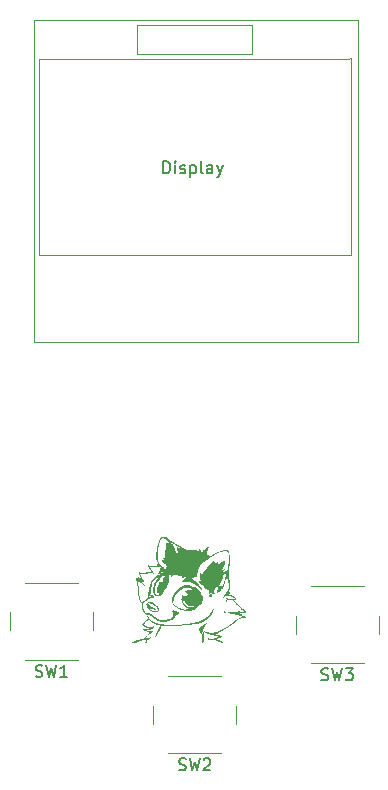
<source format=gbr>
%TF.GenerationSoftware,KiCad,Pcbnew,7.0.10+dfsg-1*%
%TF.CreationDate,2024-01-31T12:43:45+01:00*%
%TF.ProjectId,pcb_chibi,7063625f-6368-4696-9269-2e6b69636164,rev?*%
%TF.SameCoordinates,Original*%
%TF.FileFunction,Legend,Top*%
%TF.FilePolarity,Positive*%
%FSLAX46Y46*%
G04 Gerber Fmt 4.6, Leading zero omitted, Abs format (unit mm)*
G04 Created by KiCad (PCBNEW 7.0.10+dfsg-1) date 2024-01-31 12:43:45*
%MOMM*%
%LPD*%
G01*
G04 APERTURE LIST*
%ADD10C,0.150000*%
%ADD11C,0.120000*%
G04 APERTURE END LIST*
D10*
X117971667Y-136447200D02*
X118114524Y-136494819D01*
X118114524Y-136494819D02*
X118352619Y-136494819D01*
X118352619Y-136494819D02*
X118447857Y-136447200D01*
X118447857Y-136447200D02*
X118495476Y-136399580D01*
X118495476Y-136399580D02*
X118543095Y-136304342D01*
X118543095Y-136304342D02*
X118543095Y-136209104D01*
X118543095Y-136209104D02*
X118495476Y-136113866D01*
X118495476Y-136113866D02*
X118447857Y-136066247D01*
X118447857Y-136066247D02*
X118352619Y-136018628D01*
X118352619Y-136018628D02*
X118162143Y-135971009D01*
X118162143Y-135971009D02*
X118066905Y-135923390D01*
X118066905Y-135923390D02*
X118019286Y-135875771D01*
X118019286Y-135875771D02*
X117971667Y-135780533D01*
X117971667Y-135780533D02*
X117971667Y-135685295D01*
X117971667Y-135685295D02*
X118019286Y-135590057D01*
X118019286Y-135590057D02*
X118066905Y-135542438D01*
X118066905Y-135542438D02*
X118162143Y-135494819D01*
X118162143Y-135494819D02*
X118400238Y-135494819D01*
X118400238Y-135494819D02*
X118543095Y-135542438D01*
X118876429Y-135494819D02*
X119114524Y-136494819D01*
X119114524Y-136494819D02*
X119305000Y-135780533D01*
X119305000Y-135780533D02*
X119495476Y-136494819D01*
X119495476Y-136494819D02*
X119733572Y-135494819D01*
X120638333Y-136494819D02*
X120066905Y-136494819D01*
X120352619Y-136494819D02*
X120352619Y-135494819D01*
X120352619Y-135494819D02*
X120257381Y-135637676D01*
X120257381Y-135637676D02*
X120162143Y-135732914D01*
X120162143Y-135732914D02*
X120066905Y-135780533D01*
X142176667Y-136737200D02*
X142319524Y-136784819D01*
X142319524Y-136784819D02*
X142557619Y-136784819D01*
X142557619Y-136784819D02*
X142652857Y-136737200D01*
X142652857Y-136737200D02*
X142700476Y-136689580D01*
X142700476Y-136689580D02*
X142748095Y-136594342D01*
X142748095Y-136594342D02*
X142748095Y-136499104D01*
X142748095Y-136499104D02*
X142700476Y-136403866D01*
X142700476Y-136403866D02*
X142652857Y-136356247D01*
X142652857Y-136356247D02*
X142557619Y-136308628D01*
X142557619Y-136308628D02*
X142367143Y-136261009D01*
X142367143Y-136261009D02*
X142271905Y-136213390D01*
X142271905Y-136213390D02*
X142224286Y-136165771D01*
X142224286Y-136165771D02*
X142176667Y-136070533D01*
X142176667Y-136070533D02*
X142176667Y-135975295D01*
X142176667Y-135975295D02*
X142224286Y-135880057D01*
X142224286Y-135880057D02*
X142271905Y-135832438D01*
X142271905Y-135832438D02*
X142367143Y-135784819D01*
X142367143Y-135784819D02*
X142605238Y-135784819D01*
X142605238Y-135784819D02*
X142748095Y-135832438D01*
X143081429Y-135784819D02*
X143319524Y-136784819D01*
X143319524Y-136784819D02*
X143510000Y-136070533D01*
X143510000Y-136070533D02*
X143700476Y-136784819D01*
X143700476Y-136784819D02*
X143938572Y-135784819D01*
X144224286Y-135784819D02*
X144843333Y-135784819D01*
X144843333Y-135784819D02*
X144510000Y-136165771D01*
X144510000Y-136165771D02*
X144652857Y-136165771D01*
X144652857Y-136165771D02*
X144748095Y-136213390D01*
X144748095Y-136213390D02*
X144795714Y-136261009D01*
X144795714Y-136261009D02*
X144843333Y-136356247D01*
X144843333Y-136356247D02*
X144843333Y-136594342D01*
X144843333Y-136594342D02*
X144795714Y-136689580D01*
X144795714Y-136689580D02*
X144748095Y-136737200D01*
X144748095Y-136737200D02*
X144652857Y-136784819D01*
X144652857Y-136784819D02*
X144367143Y-136784819D01*
X144367143Y-136784819D02*
X144271905Y-136737200D01*
X144271905Y-136737200D02*
X144224286Y-136689580D01*
X128802619Y-93858819D02*
X128802619Y-92858819D01*
X128802619Y-92858819D02*
X129040714Y-92858819D01*
X129040714Y-92858819D02*
X129183571Y-92906438D01*
X129183571Y-92906438D02*
X129278809Y-93001676D01*
X129278809Y-93001676D02*
X129326428Y-93096914D01*
X129326428Y-93096914D02*
X129374047Y-93287390D01*
X129374047Y-93287390D02*
X129374047Y-93430247D01*
X129374047Y-93430247D02*
X129326428Y-93620723D01*
X129326428Y-93620723D02*
X129278809Y-93715961D01*
X129278809Y-93715961D02*
X129183571Y-93811200D01*
X129183571Y-93811200D02*
X129040714Y-93858819D01*
X129040714Y-93858819D02*
X128802619Y-93858819D01*
X129802619Y-93858819D02*
X129802619Y-93192152D01*
X129802619Y-92858819D02*
X129755000Y-92906438D01*
X129755000Y-92906438D02*
X129802619Y-92954057D01*
X129802619Y-92954057D02*
X129850238Y-92906438D01*
X129850238Y-92906438D02*
X129802619Y-92858819D01*
X129802619Y-92858819D02*
X129802619Y-92954057D01*
X130231190Y-93811200D02*
X130326428Y-93858819D01*
X130326428Y-93858819D02*
X130516904Y-93858819D01*
X130516904Y-93858819D02*
X130612142Y-93811200D01*
X130612142Y-93811200D02*
X130659761Y-93715961D01*
X130659761Y-93715961D02*
X130659761Y-93668342D01*
X130659761Y-93668342D02*
X130612142Y-93573104D01*
X130612142Y-93573104D02*
X130516904Y-93525485D01*
X130516904Y-93525485D02*
X130374047Y-93525485D01*
X130374047Y-93525485D02*
X130278809Y-93477866D01*
X130278809Y-93477866D02*
X130231190Y-93382628D01*
X130231190Y-93382628D02*
X130231190Y-93335009D01*
X130231190Y-93335009D02*
X130278809Y-93239771D01*
X130278809Y-93239771D02*
X130374047Y-93192152D01*
X130374047Y-93192152D02*
X130516904Y-93192152D01*
X130516904Y-93192152D02*
X130612142Y-93239771D01*
X131088333Y-93192152D02*
X131088333Y-94192152D01*
X131088333Y-93239771D02*
X131183571Y-93192152D01*
X131183571Y-93192152D02*
X131374047Y-93192152D01*
X131374047Y-93192152D02*
X131469285Y-93239771D01*
X131469285Y-93239771D02*
X131516904Y-93287390D01*
X131516904Y-93287390D02*
X131564523Y-93382628D01*
X131564523Y-93382628D02*
X131564523Y-93668342D01*
X131564523Y-93668342D02*
X131516904Y-93763580D01*
X131516904Y-93763580D02*
X131469285Y-93811200D01*
X131469285Y-93811200D02*
X131374047Y-93858819D01*
X131374047Y-93858819D02*
X131183571Y-93858819D01*
X131183571Y-93858819D02*
X131088333Y-93811200D01*
X132135952Y-93858819D02*
X132040714Y-93811200D01*
X132040714Y-93811200D02*
X131993095Y-93715961D01*
X131993095Y-93715961D02*
X131993095Y-92858819D01*
X132945476Y-93858819D02*
X132945476Y-93335009D01*
X132945476Y-93335009D02*
X132897857Y-93239771D01*
X132897857Y-93239771D02*
X132802619Y-93192152D01*
X132802619Y-93192152D02*
X132612143Y-93192152D01*
X132612143Y-93192152D02*
X132516905Y-93239771D01*
X132945476Y-93811200D02*
X132850238Y-93858819D01*
X132850238Y-93858819D02*
X132612143Y-93858819D01*
X132612143Y-93858819D02*
X132516905Y-93811200D01*
X132516905Y-93811200D02*
X132469286Y-93715961D01*
X132469286Y-93715961D02*
X132469286Y-93620723D01*
X132469286Y-93620723D02*
X132516905Y-93525485D01*
X132516905Y-93525485D02*
X132612143Y-93477866D01*
X132612143Y-93477866D02*
X132850238Y-93477866D01*
X132850238Y-93477866D02*
X132945476Y-93430247D01*
X133326429Y-93192152D02*
X133564524Y-93858819D01*
X133802619Y-93192152D02*
X133564524Y-93858819D01*
X133564524Y-93858819D02*
X133469286Y-94096914D01*
X133469286Y-94096914D02*
X133421667Y-94144533D01*
X133421667Y-94144533D02*
X133326429Y-94192152D01*
X130111667Y-144357200D02*
X130254524Y-144404819D01*
X130254524Y-144404819D02*
X130492619Y-144404819D01*
X130492619Y-144404819D02*
X130587857Y-144357200D01*
X130587857Y-144357200D02*
X130635476Y-144309580D01*
X130635476Y-144309580D02*
X130683095Y-144214342D01*
X130683095Y-144214342D02*
X130683095Y-144119104D01*
X130683095Y-144119104D02*
X130635476Y-144023866D01*
X130635476Y-144023866D02*
X130587857Y-143976247D01*
X130587857Y-143976247D02*
X130492619Y-143928628D01*
X130492619Y-143928628D02*
X130302143Y-143881009D01*
X130302143Y-143881009D02*
X130206905Y-143833390D01*
X130206905Y-143833390D02*
X130159286Y-143785771D01*
X130159286Y-143785771D02*
X130111667Y-143690533D01*
X130111667Y-143690533D02*
X130111667Y-143595295D01*
X130111667Y-143595295D02*
X130159286Y-143500057D01*
X130159286Y-143500057D02*
X130206905Y-143452438D01*
X130206905Y-143452438D02*
X130302143Y-143404819D01*
X130302143Y-143404819D02*
X130540238Y-143404819D01*
X130540238Y-143404819D02*
X130683095Y-143452438D01*
X131016429Y-143404819D02*
X131254524Y-144404819D01*
X131254524Y-144404819D02*
X131445000Y-143690533D01*
X131445000Y-143690533D02*
X131635476Y-144404819D01*
X131635476Y-144404819D02*
X131873572Y-143404819D01*
X132206905Y-143500057D02*
X132254524Y-143452438D01*
X132254524Y-143452438D02*
X132349762Y-143404819D01*
X132349762Y-143404819D02*
X132587857Y-143404819D01*
X132587857Y-143404819D02*
X132683095Y-143452438D01*
X132683095Y-143452438D02*
X132730714Y-143500057D01*
X132730714Y-143500057D02*
X132778333Y-143595295D01*
X132778333Y-143595295D02*
X132778333Y-143690533D01*
X132778333Y-143690533D02*
X132730714Y-143833390D01*
X132730714Y-143833390D02*
X132159286Y-144404819D01*
X132159286Y-144404819D02*
X132778333Y-144404819D01*
D11*
%TO.C,SW1*%
X122805000Y-132540000D02*
X122805000Y-131040000D01*
X121555000Y-128540000D02*
X117055000Y-128540000D01*
X117055000Y-135040000D02*
X121555000Y-135040000D01*
X115805000Y-131040000D02*
X115805000Y-132540000D01*
%TO.C,SW3*%
X147010000Y-132830000D02*
X147010000Y-131330000D01*
X145760000Y-128830000D02*
X141260000Y-128830000D01*
X141260000Y-135330000D02*
X145760000Y-135330000D01*
X140010000Y-131330000D02*
X140010000Y-132830000D01*
%TO.C,G\u002A\u002A\u002A*%
G36*
X127263644Y-128819452D02*
G01*
X127255867Y-128827229D01*
X127248089Y-128819452D01*
X127255867Y-128811675D01*
X127263644Y-128819452D01*
G37*
G36*
X132256540Y-132334700D02*
G01*
X132248763Y-132342477D01*
X132240986Y-132334700D01*
X132248763Y-132326923D01*
X132256540Y-132334700D01*
G37*
G36*
X135709571Y-131525882D02*
G01*
X135701794Y-131533659D01*
X135694017Y-131525882D01*
X135701794Y-131518104D01*
X135709571Y-131525882D01*
G37*
G36*
X128020614Y-133560889D02*
G01*
X128022476Y-133579348D01*
X128020614Y-133581628D01*
X128011367Y-133579492D01*
X128010245Y-133571258D01*
X128015936Y-133558455D01*
X128020614Y-133560889D01*
G37*
G36*
X132998262Y-131030417D02*
G01*
X132995364Y-131035924D01*
X132980709Y-131050779D01*
X132977974Y-131051479D01*
X132976913Y-131041431D01*
X132979810Y-131035924D01*
X132994466Y-131021070D01*
X132997200Y-131020370D01*
X132998262Y-131030417D01*
G37*
G36*
X128056669Y-133582924D02*
G01*
X128069368Y-133600342D01*
X128079321Y-133602367D01*
X128105803Y-133611846D01*
X128111347Y-133617921D01*
X128105914Y-133629523D01*
X128082075Y-133633475D01*
X128049612Y-133629044D01*
X128035521Y-133621067D01*
X128036071Y-133598916D01*
X128042141Y-133586070D01*
X128054070Y-133573708D01*
X128056669Y-133582924D01*
G37*
G36*
X127196505Y-128747505D02*
G01*
X127211713Y-128763876D01*
X127222984Y-128791996D01*
X127213303Y-128809789D01*
X127203943Y-128811675D01*
X127187279Y-128800474D01*
X127170318Y-128780566D01*
X127143981Y-128756270D01*
X127124111Y-128749220D01*
X127108799Y-128746479D01*
X127122017Y-128735249D01*
X127122245Y-128735104D01*
X127158560Y-128728615D01*
X127196505Y-128747505D01*
G37*
G36*
X127757801Y-133111425D02*
G01*
X127754459Y-133127151D01*
X127734525Y-133153487D01*
X127706132Y-133182164D01*
X127677415Y-133204916D01*
X127657366Y-133213512D01*
X127638608Y-133204089D01*
X127636944Y-133197957D01*
X127648902Y-133183001D01*
X127653416Y-133182403D01*
X127662905Y-133172968D01*
X127660685Y-133167511D01*
X127666756Y-133152492D01*
X127690895Y-133133430D01*
X127721892Y-133116798D01*
X127748539Y-133109070D01*
X127757801Y-133111425D01*
G37*
G36*
X134019431Y-130943876D02*
G01*
X134037495Y-130946778D01*
X134062980Y-130964727D01*
X134074465Y-130996191D01*
X134068717Y-131027018D01*
X134058299Y-131037816D01*
X134043248Y-131045966D01*
X134026119Y-131048509D01*
X133997112Y-131045440D01*
X133952124Y-131037765D01*
X133911496Y-131021610D01*
X133890252Y-130995294D01*
X133893089Y-130966119D01*
X133900191Y-130957025D01*
X133926420Y-130946568D01*
X133970471Y-130941864D01*
X134019431Y-130943876D01*
G37*
G36*
X134142837Y-129956260D02*
G01*
X134165960Y-129968698D01*
X134169706Y-129978176D01*
X134179604Y-129998662D01*
X134195137Y-130017002D01*
X134211620Y-130040441D01*
X134207145Y-130066543D01*
X134200286Y-130080330D01*
X134179122Y-130109469D01*
X134154994Y-130114490D01*
X134120731Y-130095525D01*
X134103601Y-130082086D01*
X134070244Y-130041859D01*
X134062243Y-130000649D01*
X134080807Y-129965578D01*
X134083412Y-129963304D01*
X134110617Y-129953652D01*
X134142837Y-129956260D01*
G37*
G36*
X127367483Y-133395667D02*
G01*
X127417090Y-133434614D01*
X127438308Y-133456301D01*
X127481804Y-133504594D01*
X127503971Y-133534286D01*
X127505517Y-133548728D01*
X127487152Y-133551275D01*
X127457456Y-133546785D01*
X127421259Y-133542497D01*
X127409100Y-133550087D01*
X127420393Y-133572992D01*
X127447293Y-133606255D01*
X127453424Y-133615181D01*
X127452055Y-133621911D01*
X127439633Y-133626755D01*
X127412606Y-133630020D01*
X127367421Y-133632015D01*
X127300525Y-133633049D01*
X127208366Y-133633431D01*
X127133844Y-133633475D01*
X127035260Y-133632875D01*
X126948063Y-133631195D01*
X126876728Y-133628618D01*
X126825730Y-133625324D01*
X126799544Y-133621495D01*
X126797018Y-133619825D01*
X126807659Y-133599554D01*
X126820349Y-133586812D01*
X126845119Y-133575344D01*
X126867446Y-133587173D01*
X126887875Y-133596332D01*
X126924025Y-133600086D01*
X126981335Y-133598653D01*
X127042431Y-133594226D01*
X127116134Y-133588875D01*
X127185665Y-133585254D01*
X127240124Y-133583876D01*
X127257050Y-133584134D01*
X127320450Y-133586712D01*
X127305019Y-133511382D01*
X127297213Y-133442979D01*
X127306031Y-133400475D01*
X127329959Y-133384495D01*
X127367483Y-133395667D01*
G37*
G36*
X132272591Y-132537211D02*
G01*
X132282802Y-132549613D01*
X132264584Y-132561311D01*
X132263285Y-132561825D01*
X132245511Y-132571135D01*
X132257080Y-132574672D01*
X132257602Y-132574696D01*
X132273100Y-132588946D01*
X132277791Y-132630298D01*
X132271673Y-132699466D01*
X132256985Y-132785771D01*
X132249968Y-132833864D01*
X132242868Y-132902794D01*
X132236637Y-132982311D01*
X132233124Y-133042415D01*
X132227639Y-133132925D01*
X132220045Y-133229959D01*
X132211551Y-133318950D01*
X132206670Y-133361276D01*
X132198204Y-133432637D01*
X132191170Y-133500037D01*
X132186747Y-133551918D01*
X132186069Y-133563481D01*
X132181420Y-133604445D01*
X132168733Y-133623722D01*
X132144781Y-133630360D01*
X132119449Y-133629125D01*
X132102834Y-133612769D01*
X132088048Y-133573966D01*
X132086277Y-133568143D01*
X132076246Y-133522871D01*
X132066175Y-133457459D01*
X132057627Y-133382830D01*
X132054432Y-133345722D01*
X132048442Y-133274967D01*
X132041959Y-133212247D01*
X132035963Y-133166498D01*
X132033118Y-133151356D01*
X132033039Y-133119024D01*
X132041230Y-133063273D01*
X132056610Y-132990353D01*
X132070769Y-132933597D01*
X132094111Y-132845276D01*
X132110969Y-132782618D01*
X132122853Y-132741221D01*
X132131272Y-132716684D01*
X132135921Y-132708000D01*
X132225432Y-132708000D01*
X132233209Y-132715777D01*
X132240986Y-132708000D01*
X132233209Y-132700223D01*
X132225432Y-132708000D01*
X132135921Y-132708000D01*
X132137737Y-132704607D01*
X132143756Y-132700587D01*
X132150814Y-132700223D01*
X132171839Y-132689745D01*
X132200737Y-132664229D01*
X132203463Y-132661338D01*
X132223479Y-132635777D01*
X132226421Y-132622842D01*
X132224689Y-132622452D01*
X132211194Y-132611189D01*
X132214371Y-132583762D01*
X132230849Y-132553055D01*
X132256378Y-132533846D01*
X132272591Y-132537211D01*
G37*
G36*
X132496863Y-131909452D02*
G01*
X132496976Y-131921517D01*
X132487869Y-131934077D01*
X132458511Y-131965694D01*
X132434482Y-131987320D01*
X132415250Y-132010881D01*
X132387830Y-132053853D01*
X132356605Y-132108128D01*
X132325956Y-132165598D01*
X132300264Y-132218158D01*
X132283912Y-132257698D01*
X132280369Y-132272483D01*
X132267357Y-132289945D01*
X132244733Y-132303452D01*
X132216682Y-132324327D01*
X132199474Y-132352080D01*
X132197712Y-132376437D01*
X132207814Y-132385859D01*
X132224790Y-132400574D01*
X132216846Y-132416270D01*
X132198212Y-132421341D01*
X132181564Y-132423871D01*
X132192798Y-132431687D01*
X132202100Y-132435802D01*
X132218574Y-132446337D01*
X132212848Y-132450263D01*
X132199898Y-132459870D01*
X132201990Y-132466732D01*
X132199430Y-132475450D01*
X132186187Y-132472397D01*
X132167206Y-132471920D01*
X132165937Y-132492018D01*
X132177843Y-132523501D01*
X132186546Y-132534365D01*
X132186775Y-132541640D01*
X132167119Y-132539714D01*
X132136389Y-132539070D01*
X132123427Y-132546141D01*
X132127067Y-132558947D01*
X132135077Y-132560474D01*
X132145616Y-132566062D01*
X132139884Y-132572139D01*
X132126202Y-132595229D01*
X132120082Y-132621624D01*
X132107340Y-132662491D01*
X132092828Y-132685103D01*
X132077998Y-132708421D01*
X132078357Y-132719060D01*
X132076490Y-132736431D01*
X132062752Y-132772171D01*
X132041056Y-132817844D01*
X132015315Y-132865014D01*
X131997107Y-132894223D01*
X131981204Y-132912787D01*
X131974930Y-132904138D01*
X131974723Y-132902000D01*
X131974154Y-132873741D01*
X131974723Y-132867431D01*
X131964821Y-132856133D01*
X131961010Y-132855765D01*
X131948051Y-132842846D01*
X131945456Y-132826973D01*
X131938409Y-132797195D01*
X131920416Y-132752940D01*
X131906806Y-132725490D01*
X131882482Y-132674824D01*
X131864290Y-132628107D01*
X131859326Y-132610406D01*
X131850595Y-132570019D01*
X131844727Y-132544681D01*
X131838977Y-132508487D01*
X131837767Y-132492444D01*
X131830349Y-132472183D01*
X131805200Y-132471531D01*
X131798645Y-132473058D01*
X131766489Y-132474813D01*
X131751064Y-132466967D01*
X131755233Y-132454065D01*
X131769554Y-132451118D01*
X131787355Y-132448051D01*
X131776588Y-132437508D01*
X131764722Y-132422114D01*
X131772699Y-132413497D01*
X131788680Y-132411151D01*
X131790537Y-132415441D01*
X131797156Y-132412557D01*
X131812463Y-132388710D01*
X131814365Y-132385251D01*
X131834884Y-132355313D01*
X131852161Y-132342485D01*
X131852450Y-132342477D01*
X131877171Y-132331614D01*
X131916523Y-132302025D01*
X131959030Y-132263492D01*
X131981111Y-132244091D01*
X132020829Y-132210913D01*
X132071419Y-132169479D01*
X132126117Y-132125306D01*
X132178158Y-132083915D01*
X132202100Y-132065185D01*
X132263453Y-132020330D01*
X132327397Y-131978160D01*
X132387269Y-131942605D01*
X132436409Y-131917597D01*
X132468155Y-131907065D01*
X132470235Y-131906959D01*
X132496863Y-131909452D01*
G37*
G36*
X127666414Y-130142823D02*
G01*
X127722699Y-130151544D01*
X127777959Y-130162232D01*
X127822314Y-130173163D01*
X127845885Y-130182611D01*
X127846148Y-130182836D01*
X127874539Y-130195287D01*
X127882231Y-130195998D01*
X127903949Y-130204096D01*
X127941404Y-130224458D01*
X127985079Y-130251187D01*
X128025455Y-130278387D01*
X128053013Y-130300160D01*
X128056908Y-130304210D01*
X128074202Y-130318045D01*
X128106322Y-130339868D01*
X128111347Y-130343093D01*
X128152251Y-130372914D01*
X128198997Y-130412599D01*
X128245423Y-130456126D01*
X128285366Y-130497474D01*
X128312663Y-130530624D01*
X128321329Y-130548223D01*
X128330500Y-130567431D01*
X128336883Y-130569299D01*
X128351964Y-130581153D01*
X128352437Y-130584987D01*
X128360939Y-130605837D01*
X128382589Y-130641382D01*
X128397851Y-130663369D01*
X128430096Y-130725276D01*
X128436354Y-130790080D01*
X128416745Y-130863918D01*
X128402382Y-130895937D01*
X128358277Y-130952131D01*
X128291490Y-130991858D01*
X128206227Y-131014299D01*
X128106689Y-131018640D01*
X127997080Y-131004063D01*
X127932474Y-130987212D01*
X127837696Y-130955063D01*
X127762830Y-130920900D01*
X127696982Y-130878406D01*
X127629255Y-130821261D01*
X127601947Y-130795532D01*
X127548944Y-130743107D01*
X127515814Y-130705598D01*
X127498837Y-130677641D01*
X127494294Y-130653874D01*
X127495500Y-130642025D01*
X127488117Y-130635896D01*
X127483033Y-130638284D01*
X127462843Y-130634500D01*
X127437562Y-130607026D01*
X127411197Y-130561923D01*
X127387756Y-130505249D01*
X127381084Y-130484143D01*
X127367577Y-130433199D01*
X127481427Y-130433199D01*
X127484398Y-130470707D01*
X127491795Y-130490575D01*
X127494076Y-130491528D01*
X127508228Y-130504204D01*
X127527577Y-130535682D01*
X127532710Y-130545967D01*
X127552575Y-130580817D01*
X127569515Y-130599439D01*
X127572589Y-130600407D01*
X127587510Y-130613252D01*
X127604713Y-130644399D01*
X127605674Y-130646679D01*
X127637788Y-130697283D01*
X127690611Y-130752391D01*
X127755997Y-130804878D01*
X127825804Y-130847618D01*
X127846879Y-130857690D01*
X127931018Y-130889786D01*
X128018544Y-130914413D01*
X128103229Y-130930710D01*
X128178844Y-130937818D01*
X128239164Y-130934875D01*
X128277960Y-130921022D01*
X128281727Y-130917762D01*
X128295754Y-130885738D01*
X128300464Y-130834204D01*
X128296722Y-130773042D01*
X128285393Y-130712138D01*
X128267342Y-130661376D01*
X128257889Y-130645352D01*
X128229981Y-130612940D01*
X128185351Y-130568240D01*
X128130997Y-130517518D01*
X128073912Y-130467041D01*
X128021093Y-130423078D01*
X127979533Y-130391894D01*
X127965060Y-130383000D01*
X127925133Y-130365770D01*
X127864352Y-130343688D01*
X127791982Y-130319689D01*
X127717285Y-130296710D01*
X127649527Y-130277685D01*
X127597971Y-130265552D01*
X127589987Y-130264140D01*
X127545943Y-130261516D01*
X127529090Y-130272495D01*
X127539356Y-130297695D01*
X127576668Y-130337735D01*
X127580892Y-130341665D01*
X127621603Y-130385337D01*
X127656848Y-130433002D01*
X127663393Y-130443979D01*
X127693373Y-130479730D01*
X127744599Y-130522934D01*
X127809664Y-130568938D01*
X127881156Y-130613088D01*
X127951667Y-130650732D01*
X128013787Y-130677218D01*
X128050314Y-130686946D01*
X128091860Y-130699220D01*
X128136014Y-130721381D01*
X128176274Y-130748566D01*
X128206139Y-130775913D01*
X128219105Y-130798559D01*
X128214045Y-130809403D01*
X128189220Y-130812538D01*
X128141748Y-130809227D01*
X128079100Y-130800809D01*
X128008747Y-130788622D01*
X127938159Y-130774007D01*
X127874807Y-130758301D01*
X127826164Y-130742845D01*
X127813837Y-130737669D01*
X127761795Y-130707967D01*
X127707177Y-130668935D01*
X127689404Y-130654043D01*
X127653196Y-130623612D01*
X127626201Y-130604180D01*
X127617818Y-130600419D01*
X127604225Y-130588027D01*
X127582705Y-130556623D01*
X127571155Y-130536855D01*
X127542499Y-130485221D01*
X127514836Y-130435280D01*
X127508646Y-130424087D01*
X127481451Y-130374871D01*
X127481427Y-130433199D01*
X127367577Y-130433199D01*
X127364523Y-130421678D01*
X127358874Y-130376894D01*
X127364620Y-130338165D01*
X127382241Y-130293864D01*
X127389616Y-130278367D01*
X127422074Y-130227088D01*
X127466783Y-130191530D01*
X127494607Y-130177220D01*
X127540992Y-130156644D01*
X127578211Y-130141941D01*
X127590282Y-130138178D01*
X127618981Y-130137792D01*
X127666414Y-130142823D01*
G37*
G36*
X135509919Y-131461669D02*
G01*
X135522921Y-131481520D01*
X135512811Y-131503814D01*
X135479681Y-131517582D01*
X135431509Y-131523945D01*
X135394380Y-131529760D01*
X135373009Y-131538398D01*
X135350097Y-131547242D01*
X135329190Y-131549213D01*
X135293913Y-131556429D01*
X135249818Y-131574180D01*
X135242346Y-131578021D01*
X135200920Y-131600047D01*
X135144272Y-131629993D01*
X135085260Y-131661063D01*
X135009227Y-131708889D01*
X134928014Y-131773241D01*
X134874908Y-131822794D01*
X134776147Y-131917963D01*
X134689217Y-131992589D01*
X134608073Y-132051593D01*
X134550784Y-132086629D01*
X134495328Y-132120521D01*
X134441382Y-132157330D01*
X134418918Y-132174389D01*
X134382049Y-132201022D01*
X134353174Y-132216477D01*
X134346332Y-132218043D01*
X134325058Y-132226218D01*
X134322656Y-132229709D01*
X134308071Y-132243688D01*
X134275397Y-132268859D01*
X134232511Y-132299736D01*
X134187290Y-132330835D01*
X134147612Y-132356672D01*
X134121353Y-132371762D01*
X134116004Y-132373585D01*
X134099150Y-132383174D01*
X134070438Y-132406765D01*
X134064784Y-132411925D01*
X134024249Y-132441111D01*
X133982867Y-132459153D01*
X133981194Y-132459542D01*
X133936840Y-132477212D01*
X133904184Y-132498974D01*
X133872269Y-132520915D01*
X133848465Y-132529127D01*
X133829329Y-132537398D01*
X133827514Y-132543051D01*
X133824086Y-132550375D01*
X133811383Y-132561020D01*
X133785778Y-132577106D01*
X133743644Y-132600748D01*
X133681353Y-132634064D01*
X133595278Y-132679172D01*
X133586424Y-132683787D01*
X133518917Y-132720182D01*
X133475110Y-132747547D01*
X133450339Y-132769630D01*
X133439941Y-132790181D01*
X133438659Y-132802605D01*
X133430330Y-132827044D01*
X133401071Y-132845996D01*
X133372554Y-132856346D01*
X133320938Y-132869897D01*
X133274027Y-132877639D01*
X133264026Y-132878251D01*
X133227686Y-132883590D01*
X133219438Y-132895633D01*
X133237792Y-132911462D01*
X133281256Y-132928160D01*
X133290894Y-132930838D01*
X133333717Y-132941997D01*
X133367967Y-132949993D01*
X133404292Y-132956924D01*
X133453340Y-132964888D01*
X133500547Y-132972139D01*
X133544895Y-132979943D01*
X133575312Y-132987207D01*
X133581135Y-132989514D01*
X133601838Y-132993713D01*
X133642644Y-132996985D01*
X133671243Y-132998049D01*
X133726518Y-133002186D01*
X133755030Y-133014098D01*
X133760891Y-133037767D01*
X133749586Y-133073903D01*
X133714376Y-133121524D01*
X133653164Y-133163034D01*
X133570916Y-133195264D01*
X133550966Y-133200675D01*
X133498045Y-133216255D01*
X133451494Y-133233637D01*
X133439086Y-133239465D01*
X133397611Y-133255080D01*
X133366681Y-133260078D01*
X133330556Y-133270551D01*
X133314225Y-133283506D01*
X133304642Y-133302602D01*
X133310883Y-133306837D01*
X133319580Y-133308541D01*
X133336412Y-133314565D01*
X133364426Y-133326276D01*
X133406669Y-133345041D01*
X133466186Y-133372226D01*
X133546026Y-133409198D01*
X133649233Y-133457325D01*
X133718634Y-133489781D01*
X133772010Y-133515917D01*
X133819247Y-133541006D01*
X133841896Y-133554425D01*
X133878079Y-133572727D01*
X133930333Y-133593200D01*
X133966329Y-133604989D01*
X134053050Y-133630943D01*
X133913062Y-133630690D01*
X133855869Y-133630095D01*
X133810938Y-133627178D01*
X133770526Y-133619884D01*
X133726891Y-133606159D01*
X133672292Y-133583949D01*
X133598987Y-133551199D01*
X133578647Y-133541951D01*
X133496351Y-133504029D01*
X133414132Y-133465337D01*
X133341279Y-133430293D01*
X133287081Y-133403316D01*
X133285082Y-133402286D01*
X133236309Y-133378990D01*
X133193025Y-133364606D01*
X133148209Y-133358981D01*
X133094840Y-133361963D01*
X133025899Y-133373400D01*
X132934363Y-133393138D01*
X132928183Y-133394542D01*
X132832568Y-133407462D01*
X132745503Y-133402558D01*
X132671757Y-133381401D01*
X132616098Y-133345561D01*
X132583296Y-133296611D01*
X132578582Y-133279374D01*
X132576081Y-133228587D01*
X132590155Y-133202565D01*
X132617298Y-133203184D01*
X132654007Y-133232321D01*
X132658041Y-133236843D01*
X132689669Y-133263507D01*
X132730630Y-133274500D01*
X132760823Y-133275728D01*
X132819739Y-133273043D01*
X132894573Y-133265936D01*
X132974485Y-133255830D01*
X133048633Y-133244150D01*
X133106177Y-133232320D01*
X133119798Y-133228588D01*
X133161670Y-133216045D01*
X133217744Y-133199508D01*
X133252009Y-133189501D01*
X133305180Y-133173299D01*
X133349970Y-133158370D01*
X133368665Y-133151268D01*
X133403588Y-133137991D01*
X133450838Y-133121960D01*
X133461990Y-133118411D01*
X133524207Y-133098915D01*
X133345334Y-133054118D01*
X133267952Y-133034654D01*
X133195387Y-133016254D01*
X133136564Y-133001188D01*
X133104244Y-132992755D01*
X133052823Y-132982431D01*
X133006087Y-132978283D01*
X132999353Y-132978434D01*
X132956574Y-132972313D01*
X132889559Y-132951431D01*
X132800940Y-132916712D01*
X132713038Y-132878125D01*
X132672816Y-132862728D01*
X132641923Y-132855796D01*
X132640626Y-132855765D01*
X132612647Y-132849182D01*
X132571281Y-132832742D01*
X132557428Y-132826177D01*
X132504552Y-132802267D01*
X132443306Y-132777616D01*
X132422727Y-132770061D01*
X132375934Y-132750071D01*
X132356465Y-132732015D01*
X132356622Y-132720606D01*
X132364571Y-132692955D01*
X132365419Y-132685573D01*
X132379464Y-132677516D01*
X132415717Y-132669377D01*
X132451472Y-132664586D01*
X132489623Y-132661780D01*
X132524645Y-132663033D01*
X132562377Y-132669945D01*
X132608659Y-132684117D01*
X132669328Y-132707152D01*
X132750225Y-132740652D01*
X132789437Y-132757290D01*
X132844580Y-132778554D01*
X132883564Y-132786545D01*
X132917462Y-132783032D01*
X132929425Y-132779647D01*
X132967051Y-132768169D01*
X133024483Y-132751010D01*
X133091657Y-132731172D01*
X133119798Y-132722924D01*
X133192211Y-132701566D01*
X133263046Y-132680359D01*
X133320205Y-132662934D01*
X133334349Y-132658525D01*
X133381365Y-132644138D01*
X133417249Y-132633892D01*
X133427674Y-132631334D01*
X133455449Y-132622632D01*
X133485322Y-132610744D01*
X133523604Y-132594501D01*
X133547538Y-132584761D01*
X133568777Y-132574812D01*
X133612415Y-132553197D01*
X133644740Y-132536904D01*
X133687526Y-132536904D01*
X133695303Y-132544681D01*
X133703080Y-132536904D01*
X133695303Y-132529127D01*
X133687526Y-132536904D01*
X133644740Y-132536904D01*
X133673222Y-132522548D01*
X133745968Y-132485493D01*
X133796405Y-132459616D01*
X133873575Y-132420470D01*
X133941826Y-132386893D01*
X133996061Y-132361310D01*
X134031181Y-132346149D01*
X134041384Y-132343030D01*
X134059483Y-132333716D01*
X134060827Y-132328635D01*
X134073547Y-132315382D01*
X134105101Y-132295374D01*
X134145579Y-132273755D01*
X134185073Y-132255668D01*
X134213671Y-132246256D01*
X134219889Y-132246084D01*
X134236166Y-132237465D01*
X134266399Y-132212654D01*
X134303574Y-132178435D01*
X134340677Y-132141593D01*
X134370694Y-132108913D01*
X134386610Y-132087180D01*
X134387586Y-132083881D01*
X134400036Y-132067443D01*
X134422583Y-132053142D01*
X134545484Y-131986948D01*
X134649223Y-131917296D01*
X134723799Y-131856138D01*
X134770809Y-131816835D01*
X134809851Y-131788492D01*
X134834814Y-131775371D01*
X134839584Y-131775396D01*
X134852266Y-131771564D01*
X134854091Y-131761745D01*
X134864800Y-131736609D01*
X134890912Y-131705554D01*
X134894174Y-131702499D01*
X134930080Y-131669176D01*
X134960224Y-131640403D01*
X134960279Y-131640349D01*
X134988539Y-131620521D01*
X135038560Y-131592749D01*
X135103170Y-131560507D01*
X135175194Y-131527272D01*
X135247457Y-131496516D01*
X135296321Y-131477597D01*
X135343794Y-131462225D01*
X135369568Y-131459933D01*
X135379594Y-131469201D01*
X135390050Y-131479930D01*
X135395213Y-131476627D01*
X135481443Y-131476627D01*
X135483578Y-131485874D01*
X135491813Y-131486996D01*
X135504615Y-131481305D01*
X135502182Y-131476627D01*
X135483723Y-131474765D01*
X135481443Y-131476627D01*
X135395213Y-131476627D01*
X135411303Y-131466333D01*
X135411766Y-131465918D01*
X135442179Y-131452147D01*
X135478951Y-131451300D01*
X135509919Y-131461669D01*
G37*
G36*
X130853773Y-128721765D02*
G01*
X130902688Y-128728835D01*
X130962363Y-128742240D01*
X131017923Y-128756257D01*
X131102963Y-128778839D01*
X131173875Y-128800181D01*
X131240327Y-128823817D01*
X131311986Y-128853278D01*
X131398518Y-128892098D01*
X131432168Y-128907650D01*
X131606571Y-129004460D01*
X131759811Y-129123376D01*
X131892446Y-129265027D01*
X132005036Y-129430039D01*
X132098138Y-129619043D01*
X132124718Y-129686886D01*
X132142928Y-129772715D01*
X132143007Y-129873742D01*
X132126508Y-129981078D01*
X132094983Y-130085835D01*
X132049987Y-130179122D01*
X132034554Y-130202885D01*
X131896467Y-130381130D01*
X131747965Y-130533738D01*
X131586918Y-130663751D01*
X131463278Y-130747493D01*
X131352418Y-130810871D01*
X131246462Y-130856778D01*
X131137530Y-130888110D01*
X131017746Y-130907760D01*
X130895548Y-130917773D01*
X130813302Y-130920796D01*
X130754433Y-130918936D01*
X130711515Y-130911663D01*
X130686424Y-130902819D01*
X130632639Y-130884524D01*
X130575086Y-130872101D01*
X130571833Y-130871670D01*
X130433475Y-130845445D01*
X130290001Y-130802381D01*
X130147173Y-130745428D01*
X130010753Y-130677538D01*
X129886502Y-130601662D01*
X129780185Y-130520752D01*
X129697562Y-130437758D01*
X129679544Y-130414666D01*
X129626719Y-130338341D01*
X129589180Y-130271970D01*
X129560858Y-130202887D01*
X129535681Y-130118426D01*
X129534613Y-130114378D01*
X129602344Y-130114378D01*
X129610127Y-130118227D01*
X129621476Y-130127116D01*
X129615540Y-130143041D01*
X129606516Y-130184560D01*
X129622577Y-130234855D01*
X129664714Y-130296389D01*
X129688104Y-130323603D01*
X129777906Y-130410523D01*
X129889035Y-130498005D01*
X130012388Y-130580152D01*
X130138864Y-130651064D01*
X130259360Y-130704844D01*
X130296712Y-130717973D01*
X130392178Y-130746364D01*
X130485021Y-130769507D01*
X130568189Y-130785961D01*
X130634632Y-130794286D01*
X130670012Y-130794243D01*
X130714612Y-130789438D01*
X130775686Y-130783216D01*
X130829659Y-130777927D01*
X130883845Y-130770957D01*
X130924697Y-130762396D01*
X130943345Y-130754114D01*
X130964044Y-130743020D01*
X130985303Y-130740395D01*
X130999609Y-130737158D01*
X130988325Y-130726098D01*
X130957765Y-130709286D01*
X130913048Y-130689849D01*
X130899498Y-130685955D01*
X131089976Y-130685955D01*
X131097753Y-130693732D01*
X131105530Y-130685955D01*
X131097753Y-130678178D01*
X131089976Y-130685955D01*
X130899498Y-130685955D01*
X130875285Y-130678997D01*
X130866875Y-130678178D01*
X130833997Y-130670772D01*
X130796370Y-130652556D01*
X130763127Y-130629530D01*
X130743402Y-130607694D01*
X130742461Y-130596435D01*
X130741751Y-130585880D01*
X130729643Y-130588485D01*
X130703356Y-130583427D01*
X130664282Y-130557394D01*
X130616919Y-130515277D01*
X130565764Y-130461966D01*
X130515317Y-130402352D01*
X130470074Y-130341324D01*
X130434533Y-130283773D01*
X130418722Y-130250438D01*
X130400308Y-130203775D01*
X130436699Y-130203775D01*
X130444476Y-130211552D01*
X130452254Y-130203775D01*
X130444476Y-130195998D01*
X130436699Y-130203775D01*
X130400308Y-130203775D01*
X130384119Y-130162750D01*
X130359500Y-130096782D01*
X130343196Y-130045409D01*
X130333537Y-130001507D01*
X130328854Y-129957952D01*
X130327479Y-129907620D01*
X130327610Y-129861583D01*
X130331446Y-129825458D01*
X130341138Y-129770877D01*
X130354459Y-129707792D01*
X130369179Y-129646157D01*
X130383068Y-129595924D01*
X130393348Y-129568046D01*
X130405864Y-129548976D01*
X130419524Y-129551234D01*
X130440596Y-129570814D01*
X130459137Y-129592709D01*
X130464822Y-129615318D01*
X130458912Y-129650187D01*
X130452041Y-129675690D01*
X130442566Y-129725592D01*
X130435350Y-129794079D01*
X130431597Y-129868644D01*
X130431326Y-129890681D01*
X130432536Y-129964964D01*
X130437841Y-130019294D01*
X130449234Y-130064755D01*
X130468707Y-130112431D01*
X130472759Y-130121119D01*
X130494607Y-130169248D01*
X130509800Y-130206156D01*
X130514719Y-130222221D01*
X130524249Y-130240923D01*
X130547771Y-130272325D01*
X130557493Y-130283846D01*
X130591099Y-130324307D01*
X130619457Y-130361318D01*
X130623350Y-130366857D01*
X130646637Y-130392929D01*
X130686604Y-130430363D01*
X130735187Y-130471665D01*
X130742212Y-130477326D01*
X130801260Y-130521041D01*
X130846454Y-130545315D01*
X130884802Y-130553782D01*
X130889976Y-130553913D01*
X130938175Y-130558741D01*
X130995284Y-130570604D01*
X131012697Y-130575478D01*
X131066166Y-130587316D01*
X131115834Y-130591379D01*
X131129353Y-130590460D01*
X131174279Y-130585078D01*
X131230488Y-130579416D01*
X131248111Y-130577847D01*
X131303123Y-130568720D01*
X131352723Y-130553408D01*
X131364768Y-130547765D01*
X131408837Y-130523881D01*
X131344003Y-130523259D01*
X131284295Y-130520185D01*
X131251161Y-130510777D01*
X131240313Y-130492615D01*
X131245698Y-130467722D01*
X131250117Y-130429881D01*
X131231880Y-130396707D01*
X131195667Y-130371376D01*
X131156875Y-130372183D01*
X131124915Y-130396561D01*
X131110891Y-130429726D01*
X131100568Y-130459918D01*
X131081082Y-130473334D01*
X131046287Y-130471075D01*
X130990036Y-130454242D01*
X130984571Y-130452350D01*
X130868964Y-130396934D01*
X130763623Y-130317357D01*
X130677392Y-130220535D01*
X130665109Y-130202613D01*
X130634182Y-130144916D01*
X130603616Y-130070182D01*
X130576719Y-129988761D01*
X130556799Y-129911002D01*
X130547164Y-129847256D01*
X130546774Y-129832377D01*
X130552008Y-129774188D01*
X130563882Y-129719424D01*
X130579861Y-129675812D01*
X130597409Y-129651078D01*
X130607153Y-129648392D01*
X130646030Y-129648373D01*
X130699295Y-129638213D01*
X130754734Y-129621423D01*
X130800130Y-129601513D01*
X130819629Y-129587338D01*
X130843999Y-129538997D01*
X130844974Y-129479839D01*
X130824918Y-129416489D01*
X130786198Y-129355567D01*
X130731179Y-129303695D01*
X130714244Y-129292352D01*
X130680900Y-129268236D01*
X130664278Y-129249112D01*
X130664100Y-129244175D01*
X130682027Y-129231206D01*
X130720973Y-129210328D01*
X130773101Y-129185253D01*
X130830576Y-129159696D01*
X130885559Y-129137370D01*
X130903325Y-129130806D01*
X130941612Y-129121643D01*
X131001670Y-129112344D01*
X131074194Y-129104193D01*
X131127136Y-129099877D01*
X131296507Y-129088362D01*
X131189353Y-129042689D01*
X131079505Y-129004121D01*
X130952138Y-128972834D01*
X130820547Y-128951860D01*
X130769847Y-128947047D01*
X130720676Y-128941560D01*
X130683526Y-128934116D01*
X130672633Y-128929951D01*
X130656438Y-128927872D01*
X130654458Y-128933202D01*
X130640740Y-128944573D01*
X130606584Y-128955034D01*
X130594245Y-128957315D01*
X130541112Y-128969380D01*
X130485252Y-128990176D01*
X130422132Y-129022165D01*
X130347222Y-129067806D01*
X130255992Y-129129562D01*
X130187832Y-129178040D01*
X130130449Y-129224328D01*
X130056894Y-129291637D01*
X129970533Y-129376781D01*
X129894944Y-129455114D01*
X129853720Y-129496732D01*
X129819599Y-129527640D01*
X129798844Y-129542248D01*
X129796812Y-129542722D01*
X129788160Y-129552057D01*
X129790070Y-129556448D01*
X129787330Y-129576855D01*
X129769107Y-129607582D01*
X129767657Y-129609452D01*
X129745803Y-129644310D01*
X129736761Y-129672724D01*
X129724849Y-129700194D01*
X129709541Y-129714219D01*
X129690976Y-129726980D01*
X129699115Y-129726380D01*
X129710349Y-129722948D01*
X129729473Y-129721320D01*
X129726314Y-129733439D01*
X129714315Y-129761186D01*
X129713010Y-129768258D01*
X129705601Y-129806627D01*
X129692197Y-129843300D01*
X129677594Y-129866477D01*
X129671940Y-129869360D01*
X129663719Y-129878728D01*
X129665654Y-129883113D01*
X129669063Y-129909560D01*
X129664032Y-129954316D01*
X129653046Y-130006565D01*
X129638589Y-130055490D01*
X129623148Y-130090274D01*
X129616099Y-130098784D01*
X129602344Y-130114378D01*
X129534613Y-130114378D01*
X129533372Y-130109675D01*
X129519763Y-130032679D01*
X129596773Y-130032679D01*
X129604550Y-130040456D01*
X129612327Y-130032679D01*
X129604550Y-130024902D01*
X129596773Y-130032679D01*
X129519763Y-130032679D01*
X129511401Y-129985366D01*
X129515210Y-129870446D01*
X129545680Y-129756020D01*
X129575214Y-129687819D01*
X129638417Y-129570815D01*
X129715980Y-129448241D01*
X129803673Y-129325303D01*
X129897262Y-129207208D01*
X129992518Y-129099160D01*
X130085207Y-129006366D01*
X130171098Y-128934031D01*
X130209402Y-128907645D01*
X130251408Y-128881668D01*
X130607795Y-128881668D01*
X130615573Y-128889446D01*
X130623350Y-128881668D01*
X130615573Y-128873891D01*
X130607795Y-128881668D01*
X130251408Y-128881668D01*
X130299898Y-128851681D01*
X130371532Y-128810340D01*
X130431287Y-128780930D01*
X130486143Y-128760759D01*
X130543084Y-128747134D01*
X130609092Y-128737365D01*
X130667363Y-128731087D01*
X130746532Y-128723639D01*
X130805195Y-128720282D01*
X130853773Y-128721765D01*
G37*
G36*
X129004328Y-124638896D02*
G01*
X129029045Y-124659054D01*
X129070341Y-124694088D01*
X129121737Y-124733675D01*
X129145701Y-124750880D01*
X129193166Y-124783710D01*
X129253843Y-124825373D01*
X129322303Y-124872177D01*
X129393118Y-124920430D01*
X129460859Y-124966440D01*
X129520098Y-125006514D01*
X129565406Y-125036959D01*
X129591355Y-125054085D01*
X129593337Y-125055337D01*
X129626201Y-125078685D01*
X129645330Y-125094222D01*
X129670000Y-125111260D01*
X129714948Y-125138512D01*
X129772935Y-125171684D01*
X129815222Y-125194948D01*
X129875322Y-125228905D01*
X129924524Y-125259379D01*
X129956664Y-125282394D01*
X129965762Y-125292072D01*
X129980051Y-125305310D01*
X129986302Y-125303787D01*
X130002390Y-125304896D01*
X130036608Y-125318583D01*
X130091233Y-125345957D01*
X130168542Y-125388129D01*
X130226718Y-125420971D01*
X130270448Y-125445399D01*
X130330214Y-125478174D01*
X130394583Y-125513034D01*
X130408097Y-125520292D01*
X130470398Y-125555509D01*
X130528651Y-125591553D01*
X130572238Y-125621784D01*
X130579193Y-125627317D01*
X130616078Y-125656901D01*
X130649436Y-125679354D01*
X130684353Y-125695760D01*
X130725912Y-125707202D01*
X130779198Y-125714762D01*
X130849297Y-125719525D01*
X130941293Y-125722573D01*
X131035536Y-125724532D01*
X131146244Y-125726929D01*
X131233453Y-125730068D01*
X131304771Y-125734880D01*
X131367806Y-125742295D01*
X131430166Y-125753243D01*
X131499461Y-125768656D01*
X131583298Y-125789464D01*
X131598858Y-125793430D01*
X131649259Y-125808668D01*
X131701802Y-125828217D01*
X131748207Y-125848507D01*
X131780192Y-125865964D01*
X131789856Y-125875820D01*
X131801863Y-125887168D01*
X131805468Y-125887486D01*
X131813903Y-125873386D01*
X131819751Y-125836873D01*
X131821517Y-125798049D01*
X131824759Y-125755275D01*
X131929902Y-125755275D01*
X131937679Y-125763052D01*
X131945456Y-125755275D01*
X131937679Y-125747498D01*
X131929902Y-125755275D01*
X131824759Y-125755275D01*
X131826246Y-125735658D01*
X131838368Y-125689841D01*
X131844822Y-125678457D01*
X131860725Y-125660540D01*
X131875606Y-125659956D01*
X131899112Y-125678593D01*
X131913065Y-125691829D01*
X131955215Y-125743314D01*
X131995925Y-125811598D01*
X132027273Y-125883056D01*
X132031329Y-125895263D01*
X132039264Y-125913244D01*
X132050758Y-125911523D01*
X132072760Y-125887857D01*
X132079515Y-125879709D01*
X132125545Y-125824810D01*
X132161986Y-125784521D01*
X132198345Y-125748894D01*
X132241075Y-125710651D01*
X132286117Y-125674186D01*
X132328388Y-125644762D01*
X132349305Y-125633197D01*
X132381160Y-125616855D01*
X132396643Y-125605238D01*
X132433869Y-125568122D01*
X132484539Y-125533375D01*
X132536913Y-125507914D01*
X132577540Y-125498631D01*
X132612614Y-125501694D01*
X132626862Y-125514608D01*
X132621702Y-125542958D01*
X132600418Y-125588687D01*
X132575133Y-125651442D01*
X132548676Y-125741731D01*
X132522000Y-125856051D01*
X132506395Y-125934149D01*
X132498323Y-126002842D01*
X132502668Y-126071343D01*
X132511683Y-126120799D01*
X132521629Y-126173918D01*
X132526786Y-126214615D01*
X132526136Y-126233567D01*
X132523983Y-126247168D01*
X132538443Y-126246131D01*
X132560980Y-126234121D01*
X132583055Y-126214806D01*
X132589525Y-126206347D01*
X132620665Y-126175388D01*
X132650416Y-126171590D01*
X132673225Y-126191284D01*
X132683539Y-126230805D01*
X132680692Y-126266569D01*
X132677198Y-126297077D01*
X132687836Y-126304630D01*
X132709357Y-126299360D01*
X132747935Y-126282235D01*
X132790802Y-126256468D01*
X132793105Y-126254857D01*
X132831017Y-126230659D01*
X132887191Y-126198091D01*
X132956298Y-126159910D01*
X133033011Y-126118872D01*
X133111999Y-126077733D01*
X133187933Y-126039250D01*
X133255487Y-126006178D01*
X133309329Y-125981274D01*
X133344132Y-125967295D01*
X133353011Y-125965257D01*
X133373443Y-125959502D01*
X133408707Y-125945460D01*
X133412977Y-125943591D01*
X133475005Y-125917217D01*
X133514074Y-125903372D01*
X133534911Y-125900401D01*
X133535873Y-125900571D01*
X133547296Y-125891574D01*
X133547538Y-125888722D01*
X133561011Y-125876037D01*
X133593849Y-125864277D01*
X133597861Y-125863351D01*
X133644466Y-125848650D01*
X133681218Y-125830654D01*
X133717796Y-125817692D01*
X133742326Y-125819782D01*
X133761349Y-125822794D01*
X133761564Y-125816247D01*
X133768030Y-125805142D01*
X133794009Y-125799525D01*
X133840905Y-125793867D01*
X133900118Y-125782912D01*
X133960203Y-125769213D01*
X134009716Y-125755323D01*
X134033396Y-125746125D01*
X134063262Y-125734783D01*
X134096624Y-125734128D01*
X134143117Y-125744862D01*
X134180828Y-125756897D01*
X134240641Y-125781261D01*
X134282583Y-125807046D01*
X134301922Y-125830855D01*
X134300632Y-125842902D01*
X134302808Y-125855724D01*
X134306879Y-125856378D01*
X134325967Y-125871113D01*
X134345249Y-125912093D01*
X134363719Y-125974476D01*
X134380371Y-126053422D01*
X134394197Y-126144088D01*
X134404193Y-126241635D01*
X134409351Y-126341221D01*
X134409546Y-126350220D01*
X134411942Y-126390618D01*
X134416488Y-126414006D01*
X134418573Y-126416335D01*
X134425484Y-126431471D01*
X134428233Y-126475677D01*
X134426839Y-126547197D01*
X134421325Y-126644277D01*
X134414947Y-126727412D01*
X134408911Y-126802736D01*
X134404197Y-126867074D01*
X134401250Y-126913928D01*
X134400516Y-126936802D01*
X134400565Y-126937394D01*
X134405205Y-127009982D01*
X134398937Y-127054051D01*
X134384291Y-127107934D01*
X134371328Y-127186400D01*
X134360210Y-127284220D01*
X134351098Y-127396167D01*
X134344155Y-127517013D01*
X134339543Y-127641530D01*
X134337423Y-127764492D01*
X134337958Y-127880669D01*
X134341310Y-127984834D01*
X134347640Y-128071761D01*
X134357110Y-128136220D01*
X134364594Y-128162519D01*
X134369650Y-128199880D01*
X134366538Y-128223927D01*
X134365330Y-128258330D01*
X134372252Y-128275466D01*
X134387656Y-128305353D01*
X134392596Y-128322938D01*
X134402356Y-128360989D01*
X134407590Y-128376157D01*
X134415605Y-128406873D01*
X134422899Y-128450900D01*
X134423551Y-128456179D01*
X134430251Y-128497488D01*
X134437938Y-128524949D01*
X134439042Y-128527068D01*
X134445296Y-128549629D01*
X134452593Y-128593597D01*
X134459774Y-128649349D01*
X134465680Y-128707263D01*
X134469152Y-128757715D01*
X134469581Y-128780566D01*
X134466342Y-128826265D01*
X134456917Y-128879174D01*
X134439500Y-128948492D01*
X134429922Y-128982771D01*
X134414285Y-129041851D01*
X134401250Y-129098263D01*
X134396490Y-129123019D01*
X134383199Y-129163070D01*
X134357862Y-129212009D01*
X134325872Y-129261924D01*
X134292624Y-129304905D01*
X134263511Y-129333041D01*
X134248773Y-129339658D01*
X134234773Y-129345785D01*
X134236973Y-129350752D01*
X134237409Y-129369454D01*
X134229883Y-129381860D01*
X134219427Y-129396557D01*
X134223326Y-129400783D01*
X134245598Y-129393643D01*
X134290259Y-129374240D01*
X134315385Y-129362803D01*
X134363693Y-129343245D01*
X134401475Y-129332600D01*
X134418367Y-129332612D01*
X134433536Y-129358095D01*
X134425578Y-129397307D01*
X134395869Y-129444810D01*
X134387465Y-129454797D01*
X134359518Y-129488262D01*
X134342853Y-129511373D01*
X134340802Y-129516096D01*
X134354719Y-129522650D01*
X134390319Y-129530499D01*
X134418556Y-129534942D01*
X134464692Y-129543408D01*
X134496459Y-129553188D01*
X134504133Y-129558294D01*
X134522205Y-129569520D01*
X134560755Y-129585349D01*
X134597475Y-129597852D01*
X134643575Y-129614484D01*
X134674624Y-129629767D01*
X134682994Y-129638176D01*
X134692696Y-129648795D01*
X134694660Y-129648457D01*
X134720012Y-129653632D01*
X134761734Y-129673919D01*
X134812201Y-129704631D01*
X134863787Y-129741083D01*
X134908865Y-129778590D01*
X134913343Y-129782812D01*
X134951526Y-129822080D01*
X134969843Y-129850368D01*
X134972785Y-129876044D01*
X134970302Y-129888925D01*
X134961270Y-129914111D01*
X134944953Y-129930620D01*
X134914475Y-129941707D01*
X134862958Y-129950626D01*
X134831143Y-129954793D01*
X134774720Y-129964183D01*
X134746069Y-129974397D01*
X134746573Y-129984812D01*
X134755439Y-129988962D01*
X134780467Y-130003519D01*
X134804235Y-130021830D01*
X134835713Y-130048009D01*
X134877523Y-130081827D01*
X134892104Y-130093432D01*
X134926093Y-130123827D01*
X134935408Y-130142940D01*
X134928855Y-130151522D01*
X134918125Y-130162144D01*
X134933039Y-130164651D01*
X134961259Y-130176342D01*
X134993414Y-130203568D01*
X135018210Y-130235218D01*
X135025187Y-130255329D01*
X135033660Y-130272690D01*
X135037951Y-130273769D01*
X135052413Y-130284208D01*
X135085388Y-130313341D01*
X135133363Y-130357896D01*
X135192826Y-130414598D01*
X135260263Y-130480173D01*
X135275770Y-130495416D01*
X135350160Y-130567760D01*
X135422839Y-130636778D01*
X135488806Y-130697845D01*
X135543060Y-130746335D01*
X135580602Y-130777621D01*
X135581867Y-130778588D01*
X135623325Y-130811812D01*
X135652542Y-130838571D01*
X135662909Y-130852470D01*
X135675334Y-130863839D01*
X135683307Y-130864828D01*
X135709391Y-130874665D01*
X135733858Y-130892833D01*
X135767613Y-130918585D01*
X135791231Y-130931231D01*
X135808433Y-130945808D01*
X135816707Y-130977457D01*
X135818451Y-131020492D01*
X135818451Y-131099361D01*
X135515424Y-131094401D01*
X135401805Y-131093112D01*
X135318605Y-131093527D01*
X135265177Y-131095733D01*
X135240874Y-131099816D01*
X135245049Y-131105863D01*
X135277055Y-131113961D01*
X135316466Y-131121027D01*
X135379350Y-131138999D01*
X135434511Y-131168257D01*
X135473883Y-131203484D01*
X135489006Y-131234775D01*
X135488298Y-131260214D01*
X135472582Y-131267856D01*
X135436528Y-131259063D01*
X135418943Y-131252667D01*
X135389540Y-131242231D01*
X135386427Y-131245583D01*
X135406265Y-131264823D01*
X135442652Y-131287776D01*
X135471776Y-131295937D01*
X135509639Y-131304048D01*
X135554642Y-131320476D01*
X135557324Y-131321684D01*
X135606746Y-131341535D01*
X135663630Y-131360792D01*
X135674574Y-131364043D01*
X135714490Y-131378188D01*
X135738013Y-131391692D01*
X135740680Y-131396133D01*
X135750477Y-131405790D01*
X135752345Y-131405337D01*
X135766716Y-131411730D01*
X135771756Y-131445472D01*
X135771788Y-131449876D01*
X135763702Y-131467201D01*
X135734951Y-131469406D01*
X135726070Y-131468263D01*
X135693398Y-131468113D01*
X135683296Y-131478163D01*
X135672890Y-131490263D01*
X135643390Y-131494997D01*
X135605831Y-131492740D01*
X135571247Y-131483872D01*
X135554547Y-131473765D01*
X135542977Y-131459247D01*
X135553509Y-131455490D01*
X135582451Y-131458811D01*
X135624891Y-131460300D01*
X135639934Y-131450788D01*
X135626229Y-131433830D01*
X135597633Y-131418933D01*
X135517637Y-131386314D01*
X135446634Y-131359513D01*
X135390599Y-131340649D01*
X135355508Y-131331838D01*
X135350747Y-131331454D01*
X135321293Y-131323677D01*
X135491813Y-131323677D01*
X135499590Y-131331454D01*
X135507367Y-131323677D01*
X135499590Y-131315900D01*
X135491813Y-131323677D01*
X135321293Y-131323677D01*
X135319945Y-131323321D01*
X135312162Y-131318011D01*
X135285434Y-131304658D01*
X135232440Y-131287272D01*
X135157623Y-131266797D01*
X135065423Y-131244176D01*
X134960283Y-131220354D01*
X134846644Y-131196274D01*
X134728948Y-131172880D01*
X134611638Y-131151116D01*
X134499154Y-131131926D01*
X134395940Y-131116253D01*
X134313582Y-131105819D01*
X134253674Y-131096946D01*
X134223226Y-131085060D01*
X134221700Y-131074810D01*
X134247477Y-131074810D01*
X134255254Y-131082587D01*
X134263031Y-131074810D01*
X134255254Y-131067033D01*
X134247477Y-131074810D01*
X134221700Y-131074810D01*
X134220591Y-131067362D01*
X134244122Y-131041050D01*
X134265287Y-131023709D01*
X134298514Y-131008339D01*
X134352060Y-130994919D01*
X134418738Y-130984029D01*
X134491361Y-130976248D01*
X134562741Y-130972156D01*
X134625692Y-130972332D01*
X134673027Y-130977355D01*
X134697558Y-130987806D01*
X134698261Y-130988797D01*
X134710751Y-130999372D01*
X134712208Y-130997039D01*
X135351825Y-130997039D01*
X135359602Y-131004816D01*
X135367379Y-130997039D01*
X135359602Y-130989262D01*
X135351825Y-130997039D01*
X134712208Y-130997039D01*
X134716274Y-130990527D01*
X134734789Y-130981413D01*
X134782686Y-130973763D01*
X134858265Y-130967798D01*
X134908695Y-130965406D01*
X134997698Y-130962034D01*
X135067194Y-130959815D01*
X135128754Y-130958522D01*
X135193950Y-130957929D01*
X135274351Y-130957810D01*
X135296389Y-130957826D01*
X135346464Y-130961726D01*
X135379303Y-130971901D01*
X135385587Y-130977469D01*
X135396389Y-130986456D01*
X135398249Y-130981074D01*
X135412283Y-130972013D01*
X135448301Y-130970136D01*
X135460618Y-130971033D01*
X135497861Y-130976897D01*
X135516284Y-130984442D01*
X135516609Y-130986999D01*
X135527564Y-130992344D01*
X135562178Y-130996764D01*
X135613006Y-130999316D01*
X135613909Y-130999336D01*
X135668234Y-131000173D01*
X135695778Y-130998584D01*
X135700858Y-130993020D01*
X135687791Y-130981937D01*
X135679037Y-130976005D01*
X135638496Y-130943621D01*
X135610127Y-130915379D01*
X135581708Y-130890137D01*
X135558987Y-130880382D01*
X135543268Y-130869765D01*
X135509212Y-130840101D01*
X135460141Y-130794676D01*
X135399379Y-130736772D01*
X135330247Y-130669673D01*
X135256068Y-130596664D01*
X135180163Y-130521027D01*
X135105856Y-130446046D01*
X135036469Y-130375006D01*
X134975324Y-130311190D01*
X134925743Y-130257882D01*
X134900753Y-130229801D01*
X134848211Y-130175956D01*
X134786355Y-130122255D01*
X134745211Y-130091796D01*
X134699531Y-130060037D01*
X134664365Y-130033219D01*
X134648236Y-130018149D01*
X134637808Y-130009947D01*
X134636570Y-130013445D01*
X134623857Y-130015565D01*
X134592308Y-130006579D01*
X134578521Y-130001164D01*
X134524494Y-129985685D01*
X134463402Y-129977733D01*
X134450199Y-129977436D01*
X134359352Y-129975795D01*
X134290108Y-129968508D01*
X134233217Y-129953937D01*
X134179431Y-129930440D01*
X134176457Y-129928897D01*
X134121248Y-129893488D01*
X134096031Y-129860356D01*
X134094507Y-129853958D01*
X134096712Y-129815607D01*
X134118233Y-129801572D01*
X134158817Y-129811989D01*
X134166491Y-129815648D01*
X134214074Y-129835171D01*
X134258799Y-129847446D01*
X134298029Y-129855310D01*
X134321906Y-129861754D01*
X134345384Y-129864686D01*
X134392055Y-129866781D01*
X134454011Y-129867761D01*
X134493003Y-129867716D01*
X134564164Y-129867323D01*
X134628489Y-129867178D01*
X134676250Y-129867295D01*
X134690772Y-129867453D01*
X134741351Y-129865454D01*
X134789127Y-129860122D01*
X134819039Y-129851982D01*
X134826998Y-129839299D01*
X134811428Y-129820574D01*
X134770756Y-129794308D01*
X134703409Y-129759004D01*
X134661391Y-129738525D01*
X134552563Y-129690487D01*
X134698549Y-129690487D01*
X134706326Y-129698264D01*
X134714103Y-129690487D01*
X134706326Y-129682709D01*
X134698549Y-129690487D01*
X134552563Y-129690487D01*
X134549598Y-129689178D01*
X134450894Y-129656459D01*
X134354039Y-129637609D01*
X134247792Y-129629871D01*
X134216369Y-129629331D01*
X134152206Y-129628260D01*
X134113196Y-129625325D01*
X134093386Y-129619047D01*
X134086824Y-129607948D01*
X134086867Y-129597161D01*
X134087973Y-129583765D01*
X134086385Y-129577647D01*
X134078923Y-129581956D01*
X134062406Y-129599846D01*
X134033654Y-129634466D01*
X133989485Y-129688969D01*
X133970512Y-129712438D01*
X133926977Y-129757969D01*
X133892919Y-129775685D01*
X133869357Y-129765085D01*
X133867831Y-129762798D01*
X133870843Y-129744574D01*
X133884609Y-129707239D01*
X133905332Y-129659180D01*
X133929217Y-129608783D01*
X133952468Y-129564433D01*
X133970962Y-129534945D01*
X134029713Y-129457273D01*
X134074924Y-129396115D01*
X134112270Y-129343519D01*
X134147427Y-129291537D01*
X134176406Y-129247192D01*
X134215664Y-129186672D01*
X134253200Y-129129080D01*
X134282388Y-129084576D01*
X134288251Y-129075709D01*
X134314907Y-129025966D01*
X134333433Y-128974515D01*
X134335159Y-128966830D01*
X134346726Y-128927398D01*
X134361031Y-128902677D01*
X134362691Y-128901349D01*
X134369576Y-128891375D01*
X134359615Y-128889684D01*
X134345095Y-128875006D01*
X134340012Y-128833517D01*
X134340021Y-128831117D01*
X134337490Y-128711692D01*
X134327979Y-128615958D01*
X134311828Y-128546866D01*
X134305703Y-128531699D01*
X134265449Y-128416969D01*
X134241356Y-128283626D01*
X134240676Y-128277200D01*
X134234548Y-128227089D01*
X134227967Y-128187245D01*
X134225333Y-128176098D01*
X134220464Y-128147306D01*
X134214954Y-128095702D01*
X134209390Y-128029555D01*
X134204360Y-127957137D01*
X134200453Y-127886720D01*
X134198256Y-127826573D01*
X134198091Y-127792875D01*
X134198218Y-127755332D01*
X134195025Y-127745810D01*
X134186529Y-127761249D01*
X134182965Y-127769543D01*
X134165610Y-127808744D01*
X134153943Y-127833211D01*
X134145600Y-127858175D01*
X134132991Y-127906020D01*
X134118035Y-127969140D01*
X134106872Y-128019861D01*
X134091829Y-128089040D01*
X134078409Y-128148250D01*
X134068346Y-128189981D01*
X134064126Y-128205061D01*
X134057874Y-128231728D01*
X134057914Y-128238728D01*
X134055076Y-128258474D01*
X134045590Y-128297417D01*
X134038112Y-128324276D01*
X134021924Y-128389181D01*
X134008297Y-128458898D01*
X134005484Y-128477259D01*
X133997045Y-128525297D01*
X133987614Y-128560761D01*
X133983056Y-128570585D01*
X133974109Y-128594256D01*
X133964592Y-128636700D01*
X133960518Y-128661457D01*
X133948692Y-128718292D01*
X133930933Y-128775838D01*
X133910430Y-128826205D01*
X133890368Y-128861503D01*
X133874729Y-128873891D01*
X133859432Y-128885964D01*
X133858622Y-128891449D01*
X133849083Y-128912615D01*
X133824814Y-128946758D01*
X133808071Y-128966943D01*
X133765269Y-129017285D01*
X133721255Y-129070934D01*
X133710857Y-129083978D01*
X133678577Y-129122093D01*
X133632305Y-129173305D01*
X133580103Y-129228770D01*
X133558998Y-129250544D01*
X133508283Y-129301052D01*
X133472308Y-129332433D01*
X133445008Y-129348690D01*
X133420318Y-129353822D01*
X133403456Y-129353153D01*
X133368889Y-129342857D01*
X133350748Y-129317843D01*
X133348480Y-129274483D01*
X133361530Y-129209150D01*
X133374576Y-129164023D01*
X133391542Y-129092762D01*
X133403851Y-129010508D01*
X133408256Y-128949146D01*
X133409568Y-128878033D01*
X133409262Y-128831066D01*
X133406743Y-128801298D01*
X133401415Y-128781786D01*
X133392682Y-128765582D01*
X133392490Y-128765279D01*
X133379875Y-128754940D01*
X133361631Y-128763571D01*
X133331484Y-128794213D01*
X133330512Y-128795300D01*
X133302075Y-128829719D01*
X133285162Y-128855149D01*
X133283117Y-128861139D01*
X133270419Y-128872341D01*
X133258868Y-128873891D01*
X133242523Y-128881085D01*
X133243749Y-128888665D01*
X133239603Y-128906597D01*
X133224321Y-128918723D01*
X133198870Y-128944215D01*
X133169273Y-128991482D01*
X133139317Y-129052218D01*
X133112788Y-129118119D01*
X133093473Y-129180878D01*
X133085833Y-129222481D01*
X133086183Y-129297015D01*
X133101974Y-129347179D01*
X133116538Y-129381317D01*
X133119574Y-129402908D01*
X133119173Y-129403745D01*
X133123681Y-129421247D01*
X133135523Y-129433984D01*
X133159076Y-129463220D01*
X133153905Y-129484520D01*
X133122077Y-129494390D01*
X133099922Y-129494195D01*
X133057007Y-129494059D01*
X133026889Y-129499180D01*
X133023852Y-129500649D01*
X133004063Y-129497024D01*
X132982080Y-129474009D01*
X132936278Y-129415614D01*
X132884419Y-129367440D01*
X132833815Y-129335321D01*
X132795275Y-129324963D01*
X132767279Y-129335928D01*
X132755945Y-129346282D01*
X132750713Y-129373560D01*
X132768931Y-129405803D01*
X132805136Y-129436499D01*
X132849511Y-129457738D01*
X132889316Y-129481763D01*
X132909075Y-129515542D01*
X132905032Y-129550477D01*
X132895579Y-129563181D01*
X132884459Y-129588911D01*
X132878865Y-129630464D01*
X132878708Y-129638610D01*
X132872473Y-129686326D01*
X132851554Y-129711401D01*
X132812633Y-129715203D01*
X132752391Y-129699100D01*
X132741518Y-129695130D01*
X132691778Y-129673539D01*
X132668952Y-129655194D01*
X132667635Y-129641058D01*
X132675392Y-129605428D01*
X132676503Y-129588112D01*
X132684125Y-129566418D01*
X132712065Y-129558613D01*
X132724811Y-129558276D01*
X132773118Y-129558276D01*
X132725702Y-129513982D01*
X132682339Y-129459734D01*
X132663603Y-129397231D01*
X132666884Y-129319971D01*
X132674090Y-129270999D01*
X132679647Y-129230721D01*
X132680513Y-129223861D01*
X132676634Y-129206155D01*
X132657877Y-129186255D01*
X132619987Y-129160889D01*
X132558711Y-129126790D01*
X132544293Y-129119169D01*
X132472597Y-129082911D01*
X132399322Y-129048213D01*
X132336243Y-129020569D01*
X132314391Y-129011920D01*
X132254839Y-128987533D01*
X132222813Y-128967720D01*
X132215740Y-128949190D01*
X132231049Y-128928654D01*
X132242237Y-128919610D01*
X132266779Y-128898366D01*
X132267907Y-128881891D01*
X132252251Y-128862191D01*
X132231707Y-128832951D01*
X132225432Y-128814338D01*
X132216147Y-128797149D01*
X132211564Y-128796120D01*
X132197859Y-128782941D01*
X132187968Y-128757363D01*
X132166949Y-128723622D01*
X132119137Y-128689462D01*
X132096845Y-128677585D01*
X131981866Y-128613724D01*
X131896724Y-128552894D01*
X131840385Y-128494304D01*
X131824854Y-128469783D01*
X131801406Y-128415951D01*
X131800998Y-128381975D01*
X131825078Y-128365318D01*
X131875095Y-128363443D01*
X131885052Y-128364292D01*
X131926375Y-128365971D01*
X131949640Y-128362350D01*
X131951632Y-128358013D01*
X131942232Y-128332934D01*
X131936732Y-128309795D01*
X131924744Y-128248339D01*
X131915605Y-128207673D01*
X131906910Y-128177925D01*
X131899832Y-128158398D01*
X131882210Y-128093858D01*
X131869471Y-128010501D01*
X131862104Y-127918211D01*
X131860598Y-127826870D01*
X131865442Y-127746363D01*
X131876571Y-127688280D01*
X131889141Y-127668626D01*
X131915229Y-127665795D01*
X131935137Y-127669330D01*
X131971861Y-127678108D01*
X131995589Y-127689692D01*
X132013924Y-127711382D01*
X132034470Y-127750477D01*
X132046905Y-127776628D01*
X132072151Y-127825165D01*
X132096128Y-127863387D01*
X132109152Y-127878735D01*
X132122386Y-127885687D01*
X132129352Y-127874778D01*
X132131950Y-127840694D01*
X132132202Y-127814222D01*
X132136652Y-127757047D01*
X132147861Y-127705509D01*
X132155534Y-127686106D01*
X132171948Y-127648297D01*
X132178769Y-127620001D01*
X132187171Y-127600461D01*
X132193275Y-127598447D01*
X132208882Y-127585563D01*
X132218164Y-127565735D01*
X132244009Y-127513907D01*
X132294263Y-127443810D01*
X132368504Y-127355916D01*
X132466308Y-127250694D01*
X132587255Y-127128616D01*
X132730922Y-126990153D01*
X132752001Y-126970263D01*
X132803280Y-126919979D01*
X132851019Y-126869720D01*
X132886329Y-126828914D01*
X132891205Y-126822599D01*
X132944729Y-126753604D01*
X132986118Y-126707412D01*
X133019636Y-126680391D01*
X133049550Y-126668909D01*
X133072427Y-126668336D01*
X133096583Y-126671851D01*
X133111368Y-126681065D01*
X133119989Y-126702763D01*
X133125651Y-126743730D01*
X133129753Y-126789629D01*
X133132688Y-126857314D01*
X133130790Y-126922356D01*
X133124521Y-126970394D01*
X133115980Y-127020408D01*
X133113877Y-127063888D01*
X133114566Y-127071496D01*
X133119384Y-127082826D01*
X133130477Y-127079306D01*
X133150368Y-127058185D01*
X133181582Y-127016712D01*
X133226644Y-126952137D01*
X133234091Y-126941258D01*
X133278027Y-126877901D01*
X133316556Y-126824068D01*
X133345894Y-126784923D01*
X133362257Y-126765633D01*
X133363393Y-126764750D01*
X133384652Y-126767098D01*
X133409412Y-126783536D01*
X133427814Y-126806671D01*
X133432151Y-126834276D01*
X133421002Y-126871424D01*
X133392946Y-126923185D01*
X133352912Y-126985196D01*
X133321242Y-127034415D01*
X133298855Y-127073096D01*
X133289436Y-127094725D01*
X133289699Y-127096925D01*
X133303578Y-127090679D01*
X133335651Y-127069382D01*
X133379946Y-127037575D01*
X133430491Y-126999798D01*
X133481316Y-126960591D01*
X133526450Y-126924495D01*
X133559920Y-126896049D01*
X133575755Y-126879795D01*
X133576067Y-126879190D01*
X133590557Y-126865423D01*
X133623593Y-126840034D01*
X133667642Y-126808360D01*
X133715171Y-126775738D01*
X133758646Y-126747503D01*
X133780191Y-126734582D01*
X133814636Y-126712807D01*
X133829743Y-126701842D01*
X133885433Y-126671949D01*
X133946866Y-126660034D01*
X134000851Y-126668621D01*
X134001636Y-126668962D01*
X134024142Y-126681020D01*
X134036337Y-126696840D01*
X134038506Y-126722623D01*
X134030933Y-126764572D01*
X134013899Y-126828887D01*
X134009639Y-126844069D01*
X133998233Y-126886821D01*
X133991285Y-126917117D01*
X133990553Y-126921840D01*
X133982700Y-126956734D01*
X133969222Y-126989334D01*
X133955671Y-127006829D01*
X133953499Y-127007388D01*
X133945177Y-127020490D01*
X133944159Y-127042239D01*
X133937924Y-127074864D01*
X133919159Y-127120912D01*
X133902675Y-127151803D01*
X133878324Y-127195700D01*
X133862326Y-127229525D01*
X133858622Y-127242005D01*
X133852029Y-127264435D01*
X133835471Y-127302358D01*
X133827514Y-127318472D01*
X133803944Y-127369102D01*
X133798152Y-127397742D01*
X133811072Y-127408556D01*
X133843641Y-127405707D01*
X133846957Y-127405047D01*
X133916308Y-127391434D01*
X133960730Y-127384497D01*
X133985639Y-127384071D01*
X133996452Y-127389994D01*
X133998610Y-127400443D01*
X133987291Y-127425857D01*
X133957024Y-127464515D01*
X133913346Y-127510467D01*
X133861790Y-127557764D01*
X133822760Y-127589419D01*
X133788569Y-127618206D01*
X133767994Y-127640756D01*
X133765297Y-127646956D01*
X133776340Y-127659671D01*
X133801756Y-127656880D01*
X133829977Y-127640245D01*
X133833203Y-127637199D01*
X133867853Y-127612911D01*
X133919696Y-127587185D01*
X133975895Y-127565404D01*
X134023614Y-127552951D01*
X134036880Y-127551785D01*
X134073899Y-127561615D01*
X134092307Y-127575564D01*
X134096655Y-127586948D01*
X134091571Y-127603419D01*
X134074485Y-127628134D01*
X134042830Y-127664246D01*
X133994037Y-127714911D01*
X133925539Y-127783284D01*
X133913705Y-127794966D01*
X133843318Y-127864536D01*
X133793006Y-127915099D01*
X133760676Y-127949474D01*
X133744236Y-127970479D01*
X133741594Y-127980933D01*
X133750656Y-127983653D01*
X133769329Y-127981457D01*
X133776054Y-127980336D01*
X133821448Y-127976793D01*
X133850083Y-127987381D01*
X133861351Y-127998135D01*
X133881273Y-128041717D01*
X133875191Y-128088763D01*
X133847734Y-128125143D01*
X133793574Y-128182836D01*
X133740319Y-128267329D01*
X133690490Y-128374353D01*
X133671922Y-128422957D01*
X133627989Y-128528079D01*
X133580290Y-128608227D01*
X133557032Y-128637423D01*
X133493099Y-128710572D01*
X133500876Y-128881668D01*
X133508653Y-129052765D01*
X133543726Y-128971934D01*
X133569497Y-128922207D01*
X133597672Y-128882064D01*
X133613292Y-128866943D01*
X133631715Y-128849766D01*
X133626866Y-128842783D01*
X133613945Y-128838298D01*
X133624683Y-128820209D01*
X133625309Y-128819452D01*
X133654134Y-128802452D01*
X133691117Y-128796120D01*
X133723055Y-128798923D01*
X133731654Y-128813414D01*
X133727042Y-128838894D01*
X133711953Y-128885341D01*
X133694248Y-128926832D01*
X133675783Y-128969723D01*
X133674860Y-128989786D01*
X133691433Y-128989855D01*
X133693252Y-128989183D01*
X133716534Y-128969518D01*
X133746552Y-128930438D01*
X133777646Y-128881061D01*
X133804158Y-128830502D01*
X133820427Y-128787880D01*
X133821747Y-128782180D01*
X133832688Y-128748801D01*
X133845990Y-128733951D01*
X133846676Y-128733904D01*
X133855711Y-128722634D01*
X133853581Y-128712093D01*
X133851573Y-128686905D01*
X133854959Y-128680534D01*
X133866460Y-128657385D01*
X133867641Y-128651794D01*
X133875435Y-128615047D01*
X133888913Y-128562150D01*
X133904419Y-128506622D01*
X133918295Y-128461986D01*
X133921150Y-128453928D01*
X133937822Y-128409920D01*
X133953963Y-128368380D01*
X133969501Y-128321592D01*
X133978666Y-128282832D01*
X133988632Y-128251431D01*
X133999662Y-128238729D01*
X134008442Y-128224960D01*
X134007036Y-128221666D01*
X134008217Y-128203287D01*
X134016192Y-128160775D01*
X134029529Y-128100001D01*
X134046799Y-128026835D01*
X134058538Y-127979525D01*
X134076381Y-127979525D01*
X134084158Y-127987302D01*
X134091935Y-127979525D01*
X134084158Y-127971748D01*
X134076381Y-127979525D01*
X134058538Y-127979525D01*
X134066572Y-127947145D01*
X134087416Y-127866802D01*
X134107901Y-127791675D01*
X134126597Y-127727634D01*
X134130489Y-127715104D01*
X134144202Y-127669875D01*
X134152799Y-127638176D01*
X134154354Y-127629556D01*
X134155881Y-127621779D01*
X134185260Y-127621779D01*
X134193037Y-127629556D01*
X134200814Y-127621779D01*
X134193037Y-127614002D01*
X134185260Y-127621779D01*
X134155881Y-127621779D01*
X134157919Y-127611402D01*
X134167759Y-127573361D01*
X134175950Y-127544008D01*
X134192343Y-127484430D01*
X134212084Y-127409238D01*
X134233445Y-127325426D01*
X134254697Y-127239989D01*
X134274112Y-127159921D01*
X134289959Y-127092218D01*
X134300511Y-127043875D01*
X134303373Y-127028448D01*
X134328469Y-126844178D01*
X134343893Y-126674779D01*
X134349160Y-126526218D01*
X134348338Y-126474657D01*
X134346721Y-126394613D01*
X134348430Y-126342243D01*
X134353716Y-126314265D01*
X134361200Y-126307211D01*
X134369359Y-126302245D01*
X134358916Y-126293806D01*
X134341698Y-126274649D01*
X134340398Y-126266825D01*
X134340190Y-126232089D01*
X134333686Y-126177202D01*
X134322521Y-126112091D01*
X134308325Y-126046686D01*
X134297645Y-126006677D01*
X134257421Y-125913774D01*
X134212982Y-125852979D01*
X134187076Y-125825840D01*
X134164084Y-125808012D01*
X134138462Y-125799542D01*
X134104663Y-125800481D01*
X134057145Y-125810875D01*
X133990360Y-125830773D01*
X133913062Y-125855598D01*
X133843397Y-125876658D01*
X133777244Y-125894096D01*
X133725359Y-125905167D01*
X133710857Y-125907213D01*
X133665429Y-125917033D01*
X133605049Y-125936857D01*
X133542441Y-125962485D01*
X133539761Y-125963713D01*
X133452070Y-126004663D01*
X133369792Y-126044047D01*
X133297661Y-126079507D01*
X133240407Y-126108687D01*
X133202764Y-126129230D01*
X133189792Y-126138045D01*
X133172298Y-126150288D01*
X133136822Y-126170186D01*
X133115909Y-126180966D01*
X133029237Y-126225427D01*
X132956019Y-126264932D01*
X132900728Y-126296964D01*
X132867835Y-126319009D01*
X132863154Y-126323144D01*
X132846950Y-126334485D01*
X132811220Y-126357228D01*
X132763145Y-126386820D01*
X132754274Y-126392196D01*
X132705130Y-126423082D01*
X132667642Y-126448840D01*
X132648824Y-126464606D01*
X132647987Y-126465937D01*
X132630094Y-126477649D01*
X132622064Y-126478545D01*
X132599519Y-126485911D01*
X132596140Y-126490211D01*
X132581626Y-126503682D01*
X132547485Y-126529400D01*
X132500134Y-126562604D01*
X132482076Y-126574813D01*
X132352640Y-126663143D01*
X132246093Y-126739320D01*
X132163562Y-126802492D01*
X132106176Y-126851805D01*
X132081300Y-126877955D01*
X132049564Y-126908736D01*
X132007059Y-126940596D01*
X131999641Y-126945329D01*
X131965586Y-126970250D01*
X131946765Y-126991551D01*
X131945456Y-126996140D01*
X131935522Y-127018169D01*
X131911226Y-127049155D01*
X131907438Y-127053199D01*
X131885300Y-127084985D01*
X131857386Y-127137360D01*
X131828168Y-127201543D01*
X131813628Y-127237482D01*
X131783166Y-127314330D01*
X131750270Y-127394033D01*
X131720567Y-127463050D01*
X131711658Y-127482850D01*
X131684999Y-127542404D01*
X131670851Y-127579984D01*
X131668251Y-127601655D01*
X131676237Y-127613481D01*
X131689903Y-127620045D01*
X131709241Y-127640104D01*
X131708552Y-127668967D01*
X131690951Y-127694651D01*
X131667889Y-127704714D01*
X131641760Y-127714015D01*
X131640114Y-127736854D01*
X131642069Y-127743599D01*
X131648077Y-127775257D01*
X131654006Y-127827353D01*
X131658670Y-127889239D01*
X131659057Y-127896219D01*
X131661270Y-127958647D01*
X131659110Y-127996669D01*
X131651645Y-128016794D01*
X131640699Y-128024592D01*
X131612755Y-128028217D01*
X131587587Y-128011854D01*
X131558432Y-127971013D01*
X131557373Y-127969278D01*
X131529558Y-127923540D01*
X131491216Y-127969108D01*
X131459186Y-127999709D01*
X131410192Y-128038243D01*
X131354145Y-128076982D01*
X131347119Y-128081466D01*
X131241365Y-128148255D01*
X131318307Y-128219432D01*
X131394593Y-128289319D01*
X131470143Y-128357308D01*
X131540190Y-128419214D01*
X131599970Y-128470851D01*
X131644717Y-128508034D01*
X131662776Y-128521961D01*
X131696121Y-128551155D01*
X131736984Y-128593796D01*
X131762421Y-128623504D01*
X131795176Y-128663518D01*
X131841743Y-128719971D01*
X131895979Y-128785432D01*
X131951743Y-128852475D01*
X131953078Y-128854077D01*
X132002591Y-128915259D01*
X132044072Y-128969910D01*
X132073660Y-129012695D01*
X132087498Y-129038275D01*
X132088026Y-129040727D01*
X132088094Y-129098288D01*
X132077091Y-129131341D01*
X132063310Y-129138313D01*
X132041226Y-129127522D01*
X132006134Y-129099585D01*
X131965060Y-129061155D01*
X131925029Y-129018885D01*
X131893067Y-128979427D01*
X131888428Y-128972709D01*
X131862384Y-128944158D01*
X131821867Y-128910090D01*
X131800842Y-128894938D01*
X131759734Y-128865305D01*
X131728693Y-128839846D01*
X131719920Y-128830894D01*
X131696108Y-128808409D01*
X131663450Y-128784231D01*
X131629055Y-128761475D01*
X131580049Y-128728979D01*
X131533082Y-128697791D01*
X131389706Y-128610622D01*
X131243448Y-128536586D01*
X131105299Y-128481236D01*
X131102381Y-128480252D01*
X131017402Y-128455593D01*
X130925270Y-128435199D01*
X130834638Y-128420422D01*
X130754157Y-128412612D01*
X130692481Y-128413122D01*
X130681791Y-128414571D01*
X130632966Y-128421696D01*
X130575040Y-128428445D01*
X130561133Y-128429802D01*
X130502261Y-128436529D01*
X130444946Y-128445002D01*
X130434316Y-128446893D01*
X130394111Y-128451143D01*
X130371707Y-128441883D01*
X130360490Y-128425737D01*
X130351768Y-128393116D01*
X130355295Y-128361941D01*
X130369142Y-128345428D01*
X130372258Y-128345030D01*
X130389608Y-128335815D01*
X130419144Y-128313226D01*
X130424256Y-128308891D01*
X130462595Y-128279100D01*
X130512720Y-128244081D01*
X130538633Y-128227251D01*
X130594841Y-128182922D01*
X130638527Y-128124876D01*
X130656067Y-128092737D01*
X130679319Y-128045620D01*
X130695590Y-128010382D01*
X130701121Y-127995523D01*
X130690608Y-127986205D01*
X130668350Y-127990557D01*
X130648263Y-128004665D01*
X130644186Y-128011527D01*
X130625814Y-128028318D01*
X130613565Y-128027570D01*
X130594752Y-128027383D01*
X130592241Y-128032640D01*
X130579142Y-128046077D01*
X130557244Y-128054224D01*
X130521995Y-128064725D01*
X130472847Y-128081766D01*
X130448847Y-128090738D01*
X130396469Y-128106882D01*
X130364581Y-128104275D01*
X130347343Y-128080734D01*
X130340830Y-128050359D01*
X130344525Y-128019331D01*
X130369107Y-127990868D01*
X130390037Y-127975542D01*
X130424683Y-127950384D01*
X130445897Y-127931657D01*
X130448404Y-127928039D01*
X130435745Y-127923939D01*
X130398499Y-127921623D01*
X130343149Y-127921349D01*
X130303412Y-127922290D01*
X130225517Y-127922232D01*
X130130160Y-127918210D01*
X130030630Y-127910952D01*
X129957293Y-127903348D01*
X129873923Y-127893638D01*
X129793985Y-127885038D01*
X129726720Y-127878501D01*
X129682393Y-127875035D01*
X129635824Y-127873700D01*
X129610545Y-127879517D01*
X129596849Y-127896970D01*
X129589068Y-127918177D01*
X129565873Y-127973028D01*
X129537598Y-128017856D01*
X129509695Y-128044957D01*
X129496104Y-128049519D01*
X129469624Y-128036637D01*
X129439831Y-128004975D01*
X129413987Y-127965006D01*
X129399353Y-127927206D01*
X129399067Y-127909562D01*
X129398380Y-127886866D01*
X129377796Y-127879968D01*
X129333752Y-127888052D01*
X129320976Y-127891639D01*
X129306973Y-127897245D01*
X129297107Y-127907923D01*
X129290410Y-127928796D01*
X129285913Y-127964985D01*
X129282649Y-128021613D01*
X129279650Y-128103802D01*
X129279389Y-128111736D01*
X129273869Y-128214423D01*
X129264609Y-128313650D01*
X129252447Y-128404727D01*
X129238221Y-128482963D01*
X129222770Y-128543668D01*
X129206932Y-128582153D01*
X129193189Y-128593916D01*
X129182104Y-128607313D01*
X129167376Y-128641133D01*
X129160943Y-128660021D01*
X129145920Y-128703916D01*
X129132985Y-128735522D01*
X129129623Y-128741681D01*
X129119055Y-128760587D01*
X129097287Y-128801733D01*
X129067192Y-128859614D01*
X129031647Y-128928727D01*
X129019925Y-128951662D01*
X128952907Y-129073434D01*
X128879033Y-129191041D01*
X128801060Y-129301327D01*
X128721746Y-129401137D01*
X128643848Y-129487316D01*
X128570124Y-129556709D01*
X128503331Y-129606161D01*
X128446227Y-129632516D01*
X128421793Y-129636047D01*
X128383613Y-129645309D01*
X128359299Y-129658883D01*
X128324250Y-129673925D01*
X128276325Y-129681874D01*
X128266440Y-129682215D01*
X128233684Y-129680331D01*
X128205854Y-129671089D01*
X128175633Y-129649993D01*
X128135707Y-129612549D01*
X128109043Y-129585496D01*
X128053454Y-129521927D01*
X128003258Y-129453004D01*
X127969505Y-129394957D01*
X127948377Y-129347769D01*
X127935163Y-129306521D01*
X127928082Y-129261224D01*
X127925348Y-129201890D01*
X127925068Y-129146090D01*
X127925230Y-129141586D01*
X128051009Y-129141586D01*
X128051671Y-129190788D01*
X128055313Y-129244399D01*
X128061575Y-129293605D01*
X128069759Y-129328648D01*
X128078801Y-129372561D01*
X128080411Y-129405482D01*
X128090990Y-129448009D01*
X128108905Y-129467699D01*
X128140252Y-129491576D01*
X128179240Y-129524246D01*
X128186961Y-129531056D01*
X128238116Y-129564013D01*
X128293423Y-129571787D01*
X128359309Y-129554735D01*
X128387604Y-129542230D01*
X128453468Y-129506741D01*
X128492295Y-129476974D01*
X128503531Y-129454115D01*
X128486621Y-129439346D01*
X128441012Y-129433852D01*
X128438339Y-129433842D01*
X128381830Y-129429318D01*
X128343994Y-129411732D01*
X128313201Y-129375066D01*
X128307641Y-129366194D01*
X128289032Y-129318275D01*
X128275210Y-129248848D01*
X128266919Y-129167251D01*
X128264902Y-129082819D01*
X128269902Y-129004890D01*
X128275955Y-128967985D01*
X128284443Y-128928331D01*
X128305775Y-128928331D01*
X128313552Y-128936108D01*
X128321329Y-128928331D01*
X128313552Y-128920554D01*
X128305775Y-128928331D01*
X128284443Y-128928331D01*
X128286497Y-128918734D01*
X128294520Y-128881080D01*
X128297131Y-128868711D01*
X128319140Y-128783046D01*
X128349611Y-128691681D01*
X128385445Y-128601782D01*
X128423540Y-128520517D01*
X128460796Y-128455051D01*
X128494112Y-128412550D01*
X128494764Y-128411939D01*
X128531643Y-128377728D01*
X128557137Y-128422148D01*
X128569962Y-128447358D01*
X128572636Y-128468879D01*
X128563273Y-128495822D01*
X128539986Y-128537297D01*
X128529751Y-128554353D01*
X128502660Y-128601350D01*
X128483590Y-128638300D01*
X128476871Y-128656384D01*
X128471157Y-128679167D01*
X128457166Y-128716203D01*
X128454823Y-128721710D01*
X128401842Y-128883335D01*
X128378179Y-129053325D01*
X128376968Y-129094232D01*
X128377546Y-129163942D01*
X128381761Y-129211059D01*
X128391095Y-129244023D01*
X128407028Y-129271276D01*
X128408367Y-129273105D01*
X128448864Y-129308798D01*
X128502182Y-129332259D01*
X128555458Y-129338943D01*
X128580143Y-129333797D01*
X128595044Y-129324662D01*
X128588058Y-129313324D01*
X128555930Y-129294707D01*
X128554642Y-129294035D01*
X128499493Y-129253379D01*
X128473647Y-129213216D01*
X128529042Y-129213216D01*
X128532349Y-129245087D01*
X128538628Y-129254416D01*
X128570225Y-129273344D01*
X128592166Y-129275162D01*
X128616410Y-129263290D01*
X128624487Y-129231800D01*
X128624636Y-129223861D01*
X128620342Y-129190401D01*
X128602558Y-129178208D01*
X128587445Y-129177198D01*
X128549255Y-129187664D01*
X128529042Y-129213216D01*
X128473647Y-129213216D01*
X128462751Y-129196285D01*
X128442167Y-129118195D01*
X128436400Y-129054321D01*
X128439541Y-128945969D01*
X128460038Y-128838025D01*
X128499858Y-128722659D01*
X128544104Y-128625504D01*
X128577241Y-128561101D01*
X128603030Y-128519446D01*
X128626108Y-128494582D01*
X128651113Y-128480551D01*
X128659132Y-128477739D01*
X128716276Y-128450448D01*
X128750542Y-128408998D01*
X128767454Y-128346336D01*
X128768450Y-128338220D01*
X128770965Y-128289015D01*
X128762137Y-128255996D01*
X128739500Y-128226433D01*
X128702407Y-128186897D01*
X128749069Y-128148930D01*
X128784556Y-128120086D01*
X128811568Y-128098179D01*
X128814518Y-128095795D01*
X128841896Y-128081960D01*
X128850626Y-128080627D01*
X128874871Y-128070594D01*
X128891279Y-128057296D01*
X128924975Y-128038677D01*
X128952385Y-128033965D01*
X128982816Y-128028983D01*
X128987294Y-128011554D01*
X128967323Y-127978609D01*
X128948932Y-127943738D01*
X128943991Y-127921197D01*
X128931721Y-127898697D01*
X128898120Y-127894907D01*
X128846256Y-127909238D01*
X128779195Y-127941100D01*
X128748571Y-127958761D01*
X128693441Y-127992153D01*
X128653222Y-128017827D01*
X128620836Y-128041537D01*
X128589205Y-128069041D01*
X128551249Y-128106092D01*
X128499892Y-128158448D01*
X128487964Y-128170673D01*
X128390329Y-128278485D01*
X128305011Y-128388086D01*
X128236198Y-128493518D01*
X128188080Y-128588822D01*
X128180747Y-128607675D01*
X128161182Y-128656296D01*
X128143879Y-128690583D01*
X128133083Y-128702795D01*
X128126039Y-128714153D01*
X128128428Y-128724496D01*
X128129454Y-128751885D01*
X128122206Y-128795173D01*
X128117356Y-128813933D01*
X128105004Y-128857287D01*
X128096542Y-128887401D01*
X128094931Y-128893334D01*
X128088294Y-128908888D01*
X128084535Y-128925393D01*
X128080595Y-128959439D01*
X128076560Y-128995016D01*
X128072763Y-129013879D01*
X128070906Y-129033845D01*
X128071853Y-129056653D01*
X128068601Y-129083872D01*
X128060066Y-129091650D01*
X128053687Y-129105603D01*
X128051009Y-129141586D01*
X127925230Y-129141586D01*
X127928736Y-129044183D01*
X127940595Y-128948151D01*
X127954498Y-128881668D01*
X128010245Y-128881668D01*
X128018022Y-128889446D01*
X128025799Y-128881668D01*
X128018022Y-128873891D01*
X128010245Y-128881668D01*
X127954498Y-128881668D01*
X127962714Y-128842376D01*
X127968357Y-128819452D01*
X127986932Y-128747621D01*
X128004241Y-128684626D01*
X128018144Y-128638033D01*
X128025559Y-128617247D01*
X128037468Y-128587487D01*
X128055387Y-128538396D01*
X128075595Y-128480193D01*
X128077109Y-128475717D01*
X128131698Y-128350515D01*
X128211888Y-128219021D01*
X128314246Y-128086109D01*
X128435340Y-127956657D01*
X128457584Y-127935305D01*
X128539400Y-127857997D01*
X128468805Y-127815718D01*
X128570196Y-127815718D01*
X128581597Y-127824276D01*
X128593527Y-127821831D01*
X128613993Y-127810791D01*
X128616859Y-127806765D01*
X128604157Y-127801328D01*
X128593527Y-127800652D01*
X128572824Y-127808792D01*
X128570196Y-127815718D01*
X128468805Y-127815718D01*
X128438142Y-127797354D01*
X128389662Y-127766378D01*
X128353837Y-127739788D01*
X128337300Y-127722592D01*
X128336883Y-127720908D01*
X128350499Y-127691641D01*
X128383685Y-127668855D01*
X128421320Y-127660664D01*
X128445867Y-127657967D01*
X128457572Y-127644333D01*
X128460210Y-127619925D01*
X128588901Y-127619925D01*
X128594331Y-127654394D01*
X128611240Y-127683268D01*
X128623622Y-127698019D01*
X128648667Y-127731877D01*
X128651599Y-127754792D01*
X128646010Y-127764125D01*
X128635266Y-127780628D01*
X128643801Y-127782558D01*
X128674077Y-127769259D01*
X128721297Y-127744086D01*
X128763225Y-127720780D01*
X128792227Y-127704276D01*
X128800287Y-127699349D01*
X128799355Y-127682566D01*
X128784965Y-127651888D01*
X128763380Y-127617479D01*
X128740864Y-127589502D01*
X128725730Y-127578384D01*
X128709892Y-127566600D01*
X128699394Y-127537181D01*
X128692266Y-127483993D01*
X128691109Y-127470417D01*
X128684473Y-127413217D01*
X128675327Y-127365541D01*
X128667010Y-127340813D01*
X128656755Y-127328838D01*
X128646911Y-127336653D01*
X128634444Y-127368368D01*
X128625510Y-127397017D01*
X128608671Y-127464657D01*
X128595476Y-127538050D01*
X128591913Y-127567339D01*
X128588901Y-127619925D01*
X128460210Y-127619925D01*
X128461126Y-127611449D01*
X128461317Y-127589781D01*
X128475965Y-127461120D01*
X128520087Y-127324971D01*
X128540140Y-127280352D01*
X128565428Y-127219819D01*
X128573192Y-127181301D01*
X128569834Y-127170271D01*
X128547210Y-127162312D01*
X128500084Y-127158133D01*
X128434788Y-127157415D01*
X128357660Y-127159842D01*
X128275031Y-127165097D01*
X128193239Y-127172863D01*
X128118616Y-127182823D01*
X128057498Y-127194661D01*
X128051284Y-127196215D01*
X128003750Y-127204216D01*
X127938418Y-127209784D01*
X127864821Y-127212736D01*
X127792495Y-127212890D01*
X127730973Y-127210062D01*
X127689788Y-127204069D01*
X127686897Y-127203205D01*
X127669624Y-127199196D01*
X127665213Y-127205580D01*
X127674999Y-127227152D01*
X127700315Y-127268706D01*
X127708882Y-127282237D01*
X127757380Y-127357028D01*
X127797179Y-127413632D01*
X127835109Y-127460815D01*
X127878002Y-127507346D01*
X127907580Y-127537223D01*
X127947385Y-127578388D01*
X127967430Y-127604999D01*
X127971103Y-127623285D01*
X127962650Y-127638456D01*
X127952352Y-127657220D01*
X127959945Y-127675844D01*
X127989202Y-127702837D01*
X127992315Y-127705387D01*
X128026628Y-127740137D01*
X128034369Y-127768160D01*
X128032794Y-127773751D01*
X128010781Y-127797133D01*
X127974608Y-127794985D01*
X127927311Y-127767701D01*
X127915981Y-127758589D01*
X127891983Y-127739839D01*
X127868711Y-127727770D01*
X127838849Y-127721007D01*
X127795082Y-127718173D01*
X127730096Y-127717893D01*
X127700917Y-127718144D01*
X127594250Y-127722794D01*
X127479743Y-127733855D01*
X127367592Y-127749910D01*
X127267997Y-127769544D01*
X127203006Y-127787270D01*
X127158956Y-127795119D01*
X127092175Y-127798766D01*
X127010806Y-127797817D01*
X126996913Y-127797210D01*
X126932207Y-127795156D01*
X126881014Y-127795553D01*
X126849948Y-127798231D01*
X126843680Y-127801119D01*
X126850196Y-127823733D01*
X126866375Y-127862559D01*
X126887168Y-127906404D01*
X126907524Y-127944071D01*
X126910018Y-127948160D01*
X126929991Y-127979556D01*
X126958385Y-128023437D01*
X126972002Y-128044288D01*
X126996606Y-128083520D01*
X127012070Y-128111419D01*
X127014776Y-128118760D01*
X127022972Y-128137364D01*
X127043398Y-128171542D01*
X127069816Y-128211834D01*
X127095985Y-128248782D01*
X127115665Y-128272929D01*
X127117887Y-128275055D01*
X127134026Y-128300734D01*
X127146156Y-128336323D01*
X127163230Y-128382142D01*
X127188604Y-128426655D01*
X127207261Y-128458559D01*
X127211910Y-128479104D01*
X127210962Y-128480686D01*
X127188839Y-128490383D01*
X127155510Y-128494921D01*
X127124254Y-128493757D01*
X127108349Y-128486345D01*
X127108102Y-128484906D01*
X127095221Y-128471940D01*
X127080104Y-128469482D01*
X127045769Y-128459788D01*
X127033701Y-128451076D01*
X127012582Y-128440548D01*
X127004506Y-128443460D01*
X127005408Y-128460694D01*
X127016282Y-128473532D01*
X127063830Y-128523260D01*
X127094203Y-128573720D01*
X127100154Y-128593028D01*
X127110111Y-128635800D01*
X127116297Y-128657452D01*
X127114566Y-128686903D01*
X127101223Y-128696826D01*
X127075262Y-128693280D01*
X127038786Y-128673349D01*
X126999990Y-128643785D01*
X126967067Y-128611338D01*
X126948212Y-128582760D01*
X126947190Y-128569920D01*
X126946717Y-128553554D01*
X126934849Y-128554896D01*
X126922767Y-128553564D01*
X126902029Y-128541656D01*
X126870094Y-128517041D01*
X126824424Y-128477590D01*
X126772825Y-128430597D01*
X126968114Y-128430597D01*
X126975891Y-128438374D01*
X126983668Y-128430597D01*
X126975891Y-128422820D01*
X126968114Y-128430597D01*
X126772825Y-128430597D01*
X126762479Y-128421174D01*
X126681719Y-128345664D01*
X126653141Y-128318684D01*
X126634033Y-128303261D01*
X126627000Y-128311081D01*
X126626152Y-128338439D01*
X126629873Y-128377554D01*
X126639322Y-128433562D01*
X126650334Y-128485036D01*
X126664579Y-128557916D01*
X126676330Y-128640435D01*
X126681540Y-128695018D01*
X126686671Y-128761208D01*
X126692778Y-128824693D01*
X126697789Y-128866114D01*
X126704730Y-128917174D01*
X126710097Y-128961804D01*
X126710659Y-128967216D01*
X126714405Y-129003982D01*
X126719988Y-129057867D01*
X126724334Y-129099427D01*
X126729866Y-129159000D01*
X126736006Y-129235836D01*
X126741673Y-129316135D01*
X126743223Y-129340517D01*
X126747877Y-129412722D01*
X126752579Y-129479863D01*
X126756563Y-129531227D01*
X126757854Y-129545685D01*
X126766201Y-129604970D01*
X126780879Y-129684148D01*
X126799675Y-129773290D01*
X126820381Y-129862462D01*
X126840786Y-129941733D01*
X126858679Y-130001173D01*
X126860180Y-130005459D01*
X126874175Y-130049798D01*
X126880110Y-130079553D01*
X126878148Y-130087357D01*
X126877234Y-130094288D01*
X126882711Y-130099022D01*
X126899633Y-130117858D01*
X126925843Y-130153625D01*
X126943526Y-130179979D01*
X126970219Y-130219077D01*
X126986633Y-130235004D01*
X126998283Y-130231390D01*
X127005597Y-130220821D01*
X127046086Y-130163634D01*
X127103110Y-130097631D01*
X127169365Y-130029962D01*
X127237550Y-129967777D01*
X127300361Y-129918227D01*
X127339979Y-129893434D01*
X127378235Y-129858880D01*
X127415649Y-129797566D01*
X127450632Y-129713831D01*
X127481597Y-129612013D01*
X127506956Y-129496453D01*
X127522395Y-129394957D01*
X127529441Y-129349049D01*
X127537204Y-129314174D01*
X127538768Y-129309409D01*
X127544823Y-129280988D01*
X127550536Y-129234526D01*
X127552912Y-129205643D01*
X127558858Y-129160441D01*
X127571304Y-129093572D01*
X127588545Y-129013373D01*
X127608873Y-128928185D01*
X127613189Y-128911164D01*
X127633032Y-128831812D01*
X127649678Y-128761548D01*
X127661697Y-128706699D01*
X127667658Y-128673589D01*
X127668053Y-128668638D01*
X127674906Y-128629540D01*
X127681178Y-128613147D01*
X127723275Y-128528473D01*
X127741580Y-128492814D01*
X127760246Y-128455527D01*
X127778736Y-128417081D01*
X127806284Y-128372473D01*
X127834721Y-128339310D01*
X127859885Y-128307590D01*
X127869988Y-128279992D01*
X127883191Y-128254279D01*
X127899985Y-128244385D01*
X127927161Y-128226698D01*
X127960660Y-128193246D01*
X127973717Y-128177231D01*
X128015157Y-128126784D01*
X128064230Y-128072918D01*
X128115625Y-128020763D01*
X128164032Y-127975451D01*
X128204144Y-127942111D01*
X128230650Y-127925873D01*
X128234670Y-127925085D01*
X128261912Y-127912452D01*
X128269264Y-127901175D01*
X128289706Y-127879678D01*
X128328382Y-127857092D01*
X128373196Y-127839254D01*
X128412052Y-127831996D01*
X128412665Y-127831998D01*
X128445469Y-127838579D01*
X128468042Y-127853266D01*
X128471964Y-127869470D01*
X128466995Y-127874534D01*
X128445300Y-127890867D01*
X128409978Y-127919283D01*
X128389225Y-127936462D01*
X128342591Y-127973223D01*
X128284629Y-128015929D01*
X128242499Y-128045341D01*
X128187184Y-128085886D01*
X128136401Y-128130921D01*
X128085287Y-128185751D01*
X128028979Y-128255678D01*
X127962614Y-128346009D01*
X127947937Y-128366663D01*
X127899366Y-128438376D01*
X127868886Y-128491532D01*
X127854027Y-128530918D01*
X127851610Y-128553314D01*
X127848654Y-128587187D01*
X127839481Y-128643318D01*
X127825530Y-128713809D01*
X127808814Y-128788343D01*
X127782918Y-128898073D01*
X127763264Y-128983821D01*
X127748729Y-129051832D01*
X127738189Y-129108347D01*
X127730519Y-129159610D01*
X127724596Y-129211863D01*
X127719296Y-129271350D01*
X127717210Y-129297158D01*
X127709080Y-129376398D01*
X127699012Y-129439162D01*
X127688063Y-129479546D01*
X127682833Y-129489214D01*
X127662686Y-129526276D01*
X127656726Y-129548127D01*
X127640878Y-129584934D01*
X127623315Y-129604938D01*
X127602247Y-129632083D01*
X127578110Y-129676216D01*
X127556916Y-129724575D01*
X127544676Y-129764396D01*
X127543619Y-129774159D01*
X127556498Y-129776366D01*
X127588488Y-129770404D01*
X127629620Y-129759150D01*
X127669922Y-129745481D01*
X127699424Y-129732272D01*
X127706643Y-129727124D01*
X127713163Y-129706471D01*
X127717097Y-129667409D01*
X127717486Y-129654367D01*
X127728600Y-129580985D01*
X127756855Y-129529146D01*
X127798067Y-129500979D01*
X127848056Y-129498611D01*
X127902641Y-129524173D01*
X127928945Y-129546689D01*
X127985468Y-129605862D01*
X128027718Y-129656503D01*
X128052185Y-129694145D01*
X128056889Y-129709382D01*
X128044863Y-129728551D01*
X128017326Y-129750769D01*
X127987125Y-129766305D01*
X127979137Y-129768258D01*
X127961012Y-129775856D01*
X127938174Y-129787829D01*
X127906652Y-129799236D01*
X127855064Y-129811807D01*
X127794222Y-129822933D01*
X127790409Y-129823513D01*
X127685373Y-129847298D01*
X127581761Y-129885030D01*
X127488832Y-129932554D01*
X127415841Y-129985713D01*
X127404124Y-129996987D01*
X127361632Y-130037742D01*
X127337676Y-130054216D01*
X127331705Y-130046692D01*
X127336042Y-130032021D01*
X127337984Y-130018659D01*
X127324219Y-130020107D01*
X127290916Y-130035910D01*
X127258056Y-130057533D01*
X127243066Y-130077089D01*
X127243271Y-130081328D01*
X127236462Y-130101002D01*
X127211488Y-130130200D01*
X127196714Y-130143544D01*
X127154194Y-130183697D01*
X127127135Y-130223983D01*
X127110036Y-130275249D01*
X127099165Y-130335986D01*
X127091976Y-130384347D01*
X127086651Y-130418748D01*
X127084830Y-130429311D01*
X127080334Y-130448324D01*
X127071808Y-130484251D01*
X127070840Y-130488326D01*
X127067352Y-130546098D01*
X127078422Y-130617373D01*
X127079212Y-130620536D01*
X127090836Y-130668870D01*
X127098415Y-130705214D01*
X127100042Y-130717063D01*
X127108323Y-130739079D01*
X127109709Y-130740395D01*
X127121421Y-130757316D01*
X127142466Y-130793525D01*
X127164301Y-130833720D01*
X127200682Y-130896523D01*
X127244439Y-130963865D01*
X127269528Y-130998949D01*
X127329547Y-131078630D01*
X127443738Y-131088978D01*
X127525800Y-131099094D01*
X127590980Y-131112485D01*
X127634689Y-131127905D01*
X127652343Y-131144106D01*
X127652498Y-131145726D01*
X127666003Y-131157736D01*
X127699781Y-131171525D01*
X127714015Y-131175724D01*
X127759274Y-131191910D01*
X127793658Y-131211069D01*
X127798452Y-131215209D01*
X127824888Y-131234129D01*
X127838556Y-131238129D01*
X127858781Y-131248357D01*
X127891011Y-131274391D01*
X127910180Y-131292569D01*
X127945595Y-131324301D01*
X127974584Y-131343922D01*
X127984131Y-131347008D01*
X128007007Y-131356465D01*
X128041829Y-131380301D01*
X128057495Y-131393039D01*
X128091794Y-131420781D01*
X128116043Y-131437529D01*
X128121240Y-131439701D01*
X128137905Y-131448008D01*
X128172334Y-131468854D01*
X128216684Y-131497113D01*
X128263110Y-131527664D01*
X128303770Y-131555383D01*
X128330818Y-131575145D01*
X128336883Y-131580556D01*
X128353549Y-131591492D01*
X128390947Y-131612236D01*
X128441901Y-131638852D01*
X128457801Y-131646911D01*
X128522515Y-131677337D01*
X128571395Y-131693911D01*
X128614829Y-131699516D01*
X128644451Y-131698685D01*
X128714206Y-131691620D01*
X128803732Y-131679457D01*
X128902425Y-131663810D01*
X128999680Y-131646295D01*
X129036822Y-131638919D01*
X129086700Y-131628891D01*
X129124484Y-131621667D01*
X129137924Y-131619399D01*
X129165622Y-131612321D01*
X129176810Y-131608339D01*
X129201556Y-131599649D01*
X129247636Y-131584236D01*
X129306757Y-131564859D01*
X129332352Y-131556568D01*
X129417770Y-131527991D01*
X129478642Y-131504267D01*
X129520422Y-131482025D01*
X129548564Y-131457896D01*
X129568525Y-131428510D01*
X129580404Y-131403348D01*
X129592883Y-131363485D01*
X129603635Y-131310175D01*
X129611889Y-131251251D01*
X129616875Y-131194544D01*
X129617823Y-131147889D01*
X129613962Y-131119117D01*
X129608893Y-131113695D01*
X129598695Y-131100782D01*
X129596773Y-131085698D01*
X129589596Y-131053646D01*
X129582819Y-131042924D01*
X129571607Y-131019086D01*
X129560974Y-130978065D01*
X129558656Y-130965206D01*
X129554890Y-130919986D01*
X129564415Y-130890924D01*
X129580450Y-130873301D01*
X129601381Y-130857458D01*
X129624056Y-130851926D01*
X129658663Y-130856021D01*
X129699746Y-130865277D01*
X129751079Y-130880079D01*
X129791216Y-130896117D01*
X129806709Y-130905891D01*
X129826974Y-130918804D01*
X129834302Y-130917644D01*
X129851724Y-130918971D01*
X129887153Y-130931238D01*
X129910036Y-130941204D01*
X129967264Y-130965730D01*
X130026022Y-130987931D01*
X130040067Y-130992638D01*
X130081767Y-131010001D01*
X130101538Y-131032099D01*
X130107367Y-131057039D01*
X130105733Y-131098297D01*
X130094991Y-131141677D01*
X130078929Y-131176333D01*
X130061336Y-131191420D01*
X130060401Y-131191466D01*
X130038398Y-131201392D01*
X130022291Y-131214798D01*
X129989673Y-131234282D01*
X129969880Y-131238129D01*
X129940569Y-131245531D01*
X129931188Y-131253683D01*
X129909797Y-131265622D01*
X129882747Y-131269237D01*
X129857181Y-131274798D01*
X129835186Y-131295731D01*
X129810655Y-131338412D01*
X129804532Y-131350897D01*
X129759252Y-131440700D01*
X129719625Y-131507484D01*
X129680412Y-131557370D01*
X129636376Y-131596477D01*
X129582281Y-131630928D01*
X129550214Y-131648118D01*
X129494319Y-131675087D01*
X129445978Y-131695086D01*
X129414167Y-131704472D01*
X129410639Y-131704755D01*
X129381710Y-131710993D01*
X129372500Y-131718266D01*
X129353059Y-131729129D01*
X129315077Y-131739387D01*
X129302892Y-131741572D01*
X129262881Y-131750765D01*
X129238797Y-131761575D01*
X129236442Y-131764456D01*
X129219815Y-131772389D01*
X129179360Y-131783022D01*
X129122048Y-131794677D01*
X129083484Y-131801299D01*
X128974472Y-131813356D01*
X128843374Y-131818852D01*
X128698537Y-131817679D01*
X128548308Y-131809729D01*
X128531310Y-131808396D01*
X128489093Y-131801539D01*
X128437428Y-131788482D01*
X128384893Y-131772067D01*
X128340067Y-131755132D01*
X128311529Y-131740518D01*
X128305775Y-131733734D01*
X128292729Y-131722821D01*
X128274666Y-131720309D01*
X128249372Y-131715141D01*
X128243558Y-131707994D01*
X128231693Y-131694190D01*
X128199846Y-131667305D01*
X128153635Y-131631928D01*
X128124508Y-131610781D01*
X128066262Y-131568376D01*
X128012754Y-131527901D01*
X127972635Y-131495956D01*
X127962221Y-131486996D01*
X127928775Y-131458684D01*
X127880043Y-131419529D01*
X127825688Y-131377272D01*
X127817162Y-131370776D01*
X127756110Y-131327521D01*
X127702538Y-131299049D01*
X127642189Y-131278835D01*
X127588509Y-131266156D01*
X127528772Y-131254505D01*
X127480777Y-131247372D01*
X127452502Y-131245867D01*
X127448893Y-131246772D01*
X127442976Y-131266719D01*
X127455783Y-131301448D01*
X127484318Y-131343466D01*
X127490386Y-131350643D01*
X127515954Y-131381980D01*
X127551930Y-131428486D01*
X127590530Y-131480099D01*
X127590561Y-131480142D01*
X127669976Y-131581725D01*
X127748424Y-131666428D01*
X127831191Y-131737761D01*
X127923560Y-131799234D01*
X128030818Y-131854358D01*
X128158249Y-131906644D01*
X128311137Y-131959601D01*
X128313552Y-131960386D01*
X128367382Y-131974945D01*
X128444575Y-131991985D01*
X128537619Y-132010189D01*
X128639002Y-132028244D01*
X128741210Y-132044833D01*
X128836731Y-132058642D01*
X128918053Y-132068354D01*
X128943497Y-132070683D01*
X129022012Y-132075424D01*
X129121021Y-132078867D01*
X129236738Y-132081081D01*
X129365374Y-132082140D01*
X129503144Y-132082113D01*
X129646261Y-132081072D01*
X129790937Y-132079089D01*
X129933385Y-132076235D01*
X130069819Y-132072582D01*
X130196452Y-132068199D01*
X130309497Y-132063160D01*
X130405167Y-132057535D01*
X130479674Y-132051396D01*
X130529233Y-132044813D01*
X130545874Y-132040499D01*
X130571275Y-132035837D01*
X130619338Y-132031520D01*
X130681617Y-132028218D01*
X130712944Y-132027219D01*
X130775441Y-132024573D01*
X130824189Y-132020462D01*
X130852321Y-132015569D01*
X130856525Y-132012903D01*
X130867086Y-132005251D01*
X130900472Y-131996965D01*
X130959524Y-131987484D01*
X131035536Y-131977641D01*
X131039690Y-131976953D01*
X131167746Y-131976953D01*
X131175524Y-131984730D01*
X131183301Y-131976953D01*
X131175524Y-131969176D01*
X131167746Y-131976953D01*
X131039690Y-131976953D01*
X131071096Y-131971751D01*
X131127421Y-131960697D01*
X131194984Y-131946391D01*
X131229963Y-131938624D01*
X131342942Y-131913177D01*
X131429532Y-131893845D01*
X131493675Y-131879810D01*
X131539307Y-131870254D01*
X131570369Y-131864361D01*
X131590798Y-131861312D01*
X131604535Y-131860290D01*
X131607603Y-131860256D01*
X131634358Y-131855403D01*
X131682034Y-131842579D01*
X131742320Y-131824441D01*
X131806901Y-131803651D01*
X131867464Y-131782866D01*
X131915697Y-131764748D01*
X131939713Y-131754015D01*
X131973584Y-131737359D01*
X132017866Y-131717227D01*
X132023227Y-131714890D01*
X132054230Y-131698487D01*
X132105406Y-131668095D01*
X132171170Y-131627170D01*
X132245940Y-131579169D01*
X132301735Y-131542486D01*
X132375438Y-131493889D01*
X132440075Y-131451941D01*
X132491249Y-131419439D01*
X132524566Y-131399182D01*
X132535465Y-131393671D01*
X132554064Y-131382484D01*
X132586521Y-131352964D01*
X132627391Y-131311175D01*
X132671229Y-131263178D01*
X132712589Y-131215037D01*
X132746027Y-131172813D01*
X132766097Y-131142569D01*
X132769468Y-131133138D01*
X132777873Y-131115037D01*
X132782519Y-131113695D01*
X132797189Y-131101356D01*
X132819133Y-131070309D01*
X132828449Y-131054552D01*
X132857201Y-131009906D01*
X132887042Y-130972970D01*
X132893530Y-130966593D01*
X132917020Y-130941117D01*
X132925370Y-130924868D01*
X132933177Y-130903533D01*
X132952796Y-130867724D01*
X132978527Y-130826314D01*
X133004667Y-130788174D01*
X133025515Y-130762174D01*
X133033931Y-130755949D01*
X133039622Y-130769170D01*
X133035284Y-130804162D01*
X133022700Y-130853917D01*
X133003650Y-130911427D01*
X132979919Y-130969684D01*
X132979116Y-130971451D01*
X132955671Y-131034677D01*
X132949069Y-131082282D01*
X132950501Y-131091996D01*
X132952294Y-131119912D01*
X132944498Y-131129250D01*
X132929056Y-131142228D01*
X132911304Y-131174046D01*
X132908900Y-131179801D01*
X132885445Y-131220800D01*
X132848966Y-131267324D01*
X132829242Y-131288057D01*
X132796028Y-131321669D01*
X132774464Y-131346086D01*
X132769829Y-131353626D01*
X132758296Y-131371904D01*
X132726386Y-131405639D01*
X132678135Y-131451003D01*
X132617577Y-131504170D01*
X132563730Y-131549135D01*
X132507699Y-131595101D01*
X132455246Y-131638423D01*
X132414984Y-131671980D01*
X132404537Y-131680804D01*
X132368686Y-131706448D01*
X132338900Y-131719777D01*
X132334396Y-131720309D01*
X132308099Y-131732330D01*
X132291530Y-131750983D01*
X132265343Y-131773002D01*
X132246351Y-131771671D01*
X132228668Y-131769529D01*
X132230972Y-131778906D01*
X132223992Y-131793697D01*
X132196472Y-131815253D01*
X132156795Y-131838883D01*
X132113342Y-131859893D01*
X132074494Y-131873591D01*
X132056946Y-131876346D01*
X132024392Y-131885763D01*
X132000812Y-131899677D01*
X131961225Y-131918145D01*
X131933934Y-131922513D01*
X131892633Y-131929720D01*
X131855247Y-131944120D01*
X131821849Y-131956517D01*
X131767668Y-131971856D01*
X131702232Y-131987964D01*
X131635070Y-132002667D01*
X131575712Y-132013794D01*
X131533685Y-132019170D01*
X131525493Y-132019323D01*
X131493282Y-132023493D01*
X131463276Y-132031779D01*
X131429854Y-132038947D01*
X131375567Y-132046104D01*
X131310630Y-132051970D01*
X131292180Y-132053193D01*
X131227449Y-132057606D01*
X131159410Y-132063367D01*
X131082391Y-132071075D01*
X130990720Y-132081329D01*
X130878726Y-132094728D01*
X130763337Y-132109034D01*
X130613165Y-132126389D01*
X130467339Y-132139942D01*
X130317517Y-132150243D01*
X130155358Y-132157842D01*
X129972519Y-132163288D01*
X129923411Y-132164361D01*
X129804915Y-132166792D01*
X129683123Y-132169287D01*
X129566067Y-132171682D01*
X129461778Y-132173813D01*
X129378288Y-132175514D01*
X129359571Y-132175895D01*
X129285140Y-132176807D01*
X129223443Y-132176421D01*
X129180310Y-132174858D01*
X129161571Y-132172239D01*
X129161224Y-132171764D01*
X129146741Y-132168343D01*
X129107657Y-132165553D01*
X129050479Y-132163742D01*
X129001794Y-132163239D01*
X128922377Y-132162088D01*
X128843427Y-132159311D01*
X128777289Y-132155405D01*
X128753637Y-132153266D01*
X128702278Y-132148960D01*
X128672025Y-132151682D01*
X128653235Y-132163744D01*
X128640869Y-132180304D01*
X128622752Y-132217857D01*
X128616859Y-132245608D01*
X128609860Y-132272908D01*
X128591630Y-132318582D01*
X128566312Y-132373960D01*
X128538052Y-132430373D01*
X128510995Y-132479153D01*
X128490167Y-132510546D01*
X128468424Y-132542130D01*
X128440402Y-132588617D01*
X128410459Y-132641961D01*
X128382956Y-132694119D01*
X128362251Y-132737045D01*
X128352703Y-132762695D01*
X128352502Y-132764601D01*
X128344410Y-132781027D01*
X128322687Y-132817159D01*
X128291081Y-132866899D01*
X128268476Y-132901424D01*
X128229767Y-132961646D01*
X128196051Y-133017219D01*
X128172341Y-133059741D01*
X128165767Y-133073572D01*
X128131361Y-133117427D01*
X128093144Y-133136615D01*
X128056191Y-133146592D01*
X128034079Y-133148419D01*
X128032485Y-133147612D01*
X128038907Y-133134310D01*
X128062804Y-133107880D01*
X128081970Y-133089625D01*
X128115947Y-133055774D01*
X128130796Y-133028070D01*
X128131908Y-132993516D01*
X128129681Y-132974615D01*
X128127650Y-132935016D01*
X128135242Y-132896855D01*
X128155379Y-132849872D01*
X128176766Y-132809404D01*
X128206194Y-132754729D01*
X128244547Y-132681992D01*
X128286735Y-132600906D01*
X128325558Y-132525333D01*
X128363428Y-132453537D01*
X128399668Y-132389207D01*
X128430411Y-132338930D01*
X128451791Y-132309292D01*
X128453405Y-132307575D01*
X128493081Y-132258720D01*
X128518685Y-132209649D01*
X128526529Y-132168613D01*
X128522406Y-132153259D01*
X128498350Y-132135359D01*
X128453687Y-132121131D01*
X128434332Y-132117688D01*
X128368722Y-132106491D01*
X128305683Y-132091188D01*
X128237232Y-132069273D01*
X128155386Y-132038243D01*
X128072462Y-132004147D01*
X127987108Y-131966948D01*
X127919722Y-131933167D01*
X127862223Y-131897259D01*
X127806531Y-131853683D01*
X127744565Y-131796894D01*
X127685521Y-131738701D01*
X127637525Y-131692701D01*
X127597450Y-131658179D01*
X127570205Y-131639129D01*
X127561087Y-131637467D01*
X127542036Y-131651457D01*
X127504811Y-131671267D01*
X127483243Y-131681250D01*
X127412400Y-131725373D01*
X127334889Y-131797433D01*
X127252664Y-131895478D01*
X127210076Y-131954091D01*
X127141180Y-132053092D01*
X127214077Y-132103581D01*
X127272396Y-132141074D01*
X127331605Y-132174392D01*
X127382422Y-132198610D01*
X127411408Y-132208243D01*
X127438709Y-132218751D01*
X127443947Y-132221768D01*
X127488161Y-132238077D01*
X127554295Y-132248902D01*
X127633612Y-132254048D01*
X127717377Y-132253318D01*
X127796852Y-132246515D01*
X127863302Y-132233442D01*
X127870257Y-132231358D01*
X127920201Y-132209050D01*
X127962876Y-132178692D01*
X127989730Y-132147201D01*
X127994691Y-132130702D01*
X128003520Y-132105670D01*
X128023227Y-132104786D01*
X128041496Y-132124984D01*
X128048187Y-132147142D01*
X128044454Y-132176228D01*
X128028528Y-132219578D01*
X128007566Y-132265763D01*
X127978497Y-132323669D01*
X127953556Y-132360787D01*
X127925637Y-132385342D01*
X127887629Y-132405554D01*
X127886098Y-132406252D01*
X127835517Y-132429752D01*
X127790382Y-132451540D01*
X127776932Y-132458328D01*
X127729202Y-132476441D01*
X127662596Y-132493293D01*
X127590282Y-132505669D01*
X127504492Y-132517593D01*
X127447469Y-132527572D01*
X127416966Y-132536075D01*
X127410579Y-132543340D01*
X127428092Y-132553620D01*
X127466493Y-132568870D01*
X127507808Y-132582699D01*
X127561006Y-132600082D01*
X127604978Y-132615922D01*
X127625068Y-132624388D01*
X127654484Y-132631668D01*
X127703312Y-132636693D01*
X127749501Y-132638219D01*
X127807304Y-132639809D01*
X127856929Y-132643708D01*
X127881923Y-132647810D01*
X127910809Y-132664712D01*
X127914164Y-132687097D01*
X127890742Y-132705636D01*
X127889700Y-132706005D01*
X127858227Y-132720861D01*
X127818652Y-132744200D01*
X127815818Y-132746045D01*
X127776880Y-132769580D01*
X127722977Y-132799704D01*
X127675830Y-132824667D01*
X127603449Y-132862241D01*
X127552312Y-132890117D01*
X127515818Y-132912467D01*
X127487367Y-132933464D01*
X127460356Y-132957282D01*
X127448889Y-132968138D01*
X127419794Y-133001950D01*
X127385519Y-133050362D01*
X127350983Y-133105206D01*
X127321105Y-133158313D01*
X127300804Y-133201512D01*
X127294752Y-133224128D01*
X127309287Y-133229386D01*
X127348906Y-133232650D01*
X127407632Y-133233628D01*
X127465848Y-133232517D01*
X127534563Y-133231412D01*
X127590108Y-133232734D01*
X127626216Y-133236187D01*
X127636944Y-133240611D01*
X127624477Y-133265125D01*
X127593516Y-133295267D01*
X127553726Y-133323436D01*
X127514768Y-133342031D01*
X127504734Y-133344598D01*
X127470120Y-133349563D01*
X127413243Y-133356273D01*
X127342830Y-133363744D01*
X127286975Y-133369197D01*
X127209915Y-133377249D01*
X127137753Y-133386229D01*
X127080156Y-133394859D01*
X127053662Y-133400013D01*
X126996055Y-133411721D01*
X126933101Y-133421831D01*
X126921451Y-133423346D01*
X126824785Y-133438818D01*
X126750118Y-133459934D01*
X126688476Y-133489445D01*
X126671934Y-133499848D01*
X126634088Y-133523705D01*
X126607689Y-133538162D01*
X126601838Y-133540150D01*
X126584872Y-133548267D01*
X126551266Y-133569093D01*
X126524819Y-133586812D01*
X126493527Y-133607280D01*
X126465747Y-133620678D01*
X126433792Y-133628501D01*
X126389978Y-133632244D01*
X126326620Y-133633400D01*
X126284815Y-133633475D01*
X126215828Y-133632447D01*
X126160010Y-133629658D01*
X126123620Y-133625552D01*
X126112633Y-133621274D01*
X126124665Y-133605794D01*
X126153889Y-133584725D01*
X126156494Y-133583165D01*
X126194425Y-133556896D01*
X126240205Y-133520074D01*
X126260636Y-133502040D01*
X126300218Y-133470441D01*
X126335025Y-133450460D01*
X126348986Y-133446825D01*
X126372561Y-133439686D01*
X126377055Y-133431270D01*
X126390801Y-133421300D01*
X126424915Y-133415986D01*
X126435810Y-133415716D01*
X126483382Y-133410094D01*
X126521965Y-133396347D01*
X126525247Y-133394247D01*
X126559649Y-133379165D01*
X126608686Y-133367352D01*
X126625922Y-133364914D01*
X126701029Y-133352895D01*
X126778597Y-133334687D01*
X126845270Y-133313668D01*
X126870651Y-133303014D01*
X126911712Y-133289979D01*
X126956200Y-133283357D01*
X127000049Y-133277918D01*
X127032618Y-133269248D01*
X127066309Y-133261509D01*
X127079280Y-133262059D01*
X127108771Y-133261493D01*
X127147658Y-133254803D01*
X127172168Y-133245476D01*
X127194179Y-133226730D01*
X127218099Y-133193013D01*
X127248336Y-133138778D01*
X127264263Y-133107992D01*
X127323192Y-133008735D01*
X127393066Y-132916878D01*
X127467780Y-132839384D01*
X127541226Y-132783216D01*
X127556913Y-132774251D01*
X127591200Y-132750305D01*
X127594962Y-132730834D01*
X127568053Y-132715452D01*
X127531408Y-132707001D01*
X127490376Y-132695650D01*
X127432287Y-132674284D01*
X127367840Y-132646934D01*
X127349192Y-132638320D01*
X127289632Y-132610631D01*
X127238300Y-132587505D01*
X127203557Y-132572680D01*
X127196552Y-132570038D01*
X127178023Y-132554918D01*
X127179058Y-132543125D01*
X127178000Y-132532234D01*
X127158880Y-132535598D01*
X127120325Y-132532953D01*
X127092830Y-132516929D01*
X127069220Y-132495343D01*
X127068803Y-132479465D01*
X127086774Y-132459352D01*
X127107011Y-132435781D01*
X127111973Y-132424006D01*
X127125075Y-132421377D01*
X127163706Y-132418551D01*
X127222290Y-132415829D01*
X127295251Y-132413514D01*
X127314177Y-132413055D01*
X127406332Y-132410927D01*
X127471905Y-132409145D01*
X127515415Y-132407281D01*
X127541379Y-132404908D01*
X127554316Y-132401598D01*
X127558742Y-132396921D01*
X127559176Y-132390451D01*
X127559173Y-132389844D01*
X127545497Y-132377961D01*
X127511564Y-132367048D01*
X127500845Y-132364949D01*
X127459033Y-132354135D01*
X127403664Y-132335138D01*
X127343281Y-132311494D01*
X127286427Y-132286738D01*
X127241644Y-132264406D01*
X127217477Y-132248034D01*
X127216981Y-132247458D01*
X127199099Y-132234163D01*
X127166003Y-132214575D01*
X127162541Y-132212687D01*
X127121819Y-132186607D01*
X127074429Y-132150791D01*
X127057127Y-132136281D01*
X127022650Y-132104362D01*
X127008049Y-132081383D01*
X127009005Y-132056733D01*
X127015875Y-132034928D01*
X127038236Y-131995734D01*
X127062561Y-131984730D01*
X127090207Y-131971495D01*
X127115737Y-131938341D01*
X127115879Y-131938068D01*
X127135782Y-131906447D01*
X127152139Y-131891571D01*
X127153350Y-131891405D01*
X127168847Y-131878763D01*
X127175830Y-131864185D01*
X127196681Y-131824726D01*
X127233246Y-131776993D01*
X127280681Y-131725277D01*
X127334142Y-131673870D01*
X127388788Y-131627064D01*
X127439773Y-131589151D01*
X127482255Y-131564423D01*
X127511390Y-131557171D01*
X127518580Y-131560467D01*
X127527615Y-131558760D01*
X127528065Y-131554524D01*
X127519113Y-131535411D01*
X127495544Y-131499553D01*
X127462288Y-131454404D01*
X127459221Y-131450439D01*
X127413043Y-131383134D01*
X127383940Y-131323723D01*
X127373965Y-131277222D01*
X127379291Y-131255316D01*
X127372576Y-131241168D01*
X127344324Y-131225356D01*
X127337669Y-131222865D01*
X127298160Y-131200139D01*
X127254719Y-131162338D01*
X127234737Y-131139952D01*
X127196327Y-131089123D01*
X127154179Y-131028621D01*
X127111707Y-130963983D01*
X127072325Y-130900746D01*
X127039449Y-130844445D01*
X127016493Y-130800617D01*
X127006871Y-130774799D01*
X127007248Y-130771102D01*
X127005628Y-130757060D01*
X127000140Y-130755949D01*
X126986785Y-130743930D01*
X126984588Y-130717751D01*
X126993395Y-130692233D01*
X127000883Y-130684929D01*
X127008124Y-130671041D01*
X126997380Y-130661485D01*
X126987709Y-130646206D01*
X126981368Y-130611899D01*
X126977935Y-130554575D01*
X126976988Y-130470248D01*
X126976990Y-130469002D01*
X126976197Y-130398410D01*
X126973795Y-130340856D01*
X126970163Y-130302465D01*
X126965918Y-130289323D01*
X126946722Y-130278080D01*
X126917272Y-130250185D01*
X126885269Y-130214391D01*
X126877110Y-130203775D01*
X126905897Y-130203775D01*
X126913674Y-130211552D01*
X126921451Y-130203775D01*
X126913674Y-130195998D01*
X126905897Y-130203775D01*
X126877110Y-130203775D01*
X126858415Y-130179449D01*
X126844409Y-130154111D01*
X126843815Y-130150560D01*
X126834343Y-130120734D01*
X126823275Y-130103897D01*
X126800246Y-130063477D01*
X126782517Y-130017125D01*
X126812572Y-130017125D01*
X126820349Y-130024902D01*
X126828126Y-130017125D01*
X126820349Y-130009348D01*
X126812572Y-130017125D01*
X126782517Y-130017125D01*
X126775217Y-129998039D01*
X126749596Y-129913484D01*
X126724794Y-129815715D01*
X126702219Y-129710634D01*
X126683283Y-129604143D01*
X126669393Y-129502145D01*
X126663246Y-129433842D01*
X126659073Y-129372777D01*
X126653708Y-129297830D01*
X126648794Y-129231638D01*
X126643605Y-129162497D01*
X126638623Y-129094848D01*
X126635042Y-129044987D01*
X126629733Y-128996448D01*
X126622281Y-128958456D01*
X126619500Y-128950142D01*
X126612765Y-128921612D01*
X126606504Y-128873936D01*
X126603167Y-128833486D01*
X126595206Y-128731887D01*
X126584994Y-128642696D01*
X126573403Y-128572426D01*
X126562855Y-128531699D01*
X126552672Y-128492374D01*
X126543366Y-128439257D01*
X126540619Y-128417801D01*
X126531217Y-128363128D01*
X126517529Y-128314580D01*
X126511965Y-128301145D01*
X126497783Y-128263181D01*
X126493737Y-128236169D01*
X126488976Y-128202054D01*
X126483379Y-128187208D01*
X126482678Y-128161958D01*
X126509073Y-128136633D01*
X126510660Y-128135583D01*
X126540761Y-128119012D01*
X126564285Y-128120618D01*
X126592016Y-128136561D01*
X126627931Y-128161740D01*
X126668512Y-128194737D01*
X126721533Y-128241955D01*
X126735810Y-128255045D01*
X126761580Y-128272368D01*
X126772559Y-128266226D01*
X126768417Y-128240699D01*
X126748820Y-128199868D01*
X126741311Y-128187500D01*
X126702805Y-128117523D01*
X126684743Y-128062966D01*
X126687924Y-128026591D01*
X126692786Y-128019984D01*
X126715545Y-128004767D01*
X126736391Y-128012627D01*
X126761667Y-128046340D01*
X126764869Y-128051547D01*
X126786978Y-128081704D01*
X126822678Y-128123757D01*
X126867231Y-128172843D01*
X126915902Y-128224098D01*
X126963954Y-128272655D01*
X127006651Y-128313652D01*
X127039257Y-128342224D01*
X127057035Y-128353506D01*
X127058524Y-128353149D01*
X127056882Y-128336675D01*
X127048736Y-128326124D01*
X127032288Y-128294919D01*
X127030331Y-128281017D01*
X127024214Y-128255319D01*
X127018103Y-128249131D01*
X126997333Y-128229374D01*
X126996621Y-128228392D01*
X127014776Y-128228392D01*
X127022554Y-128236169D01*
X127030331Y-128228392D01*
X127022554Y-128220615D01*
X127014776Y-128228392D01*
X126996621Y-128228392D01*
X126963324Y-128182466D01*
X126916575Y-128109168D01*
X126857588Y-128010239D01*
X126835068Y-127971308D01*
X126772616Y-127858984D01*
X126727896Y-127769668D01*
X126712083Y-127730658D01*
X126859235Y-127730658D01*
X126867012Y-127738435D01*
X126874789Y-127730658D01*
X126867012Y-127722881D01*
X126859235Y-127730658D01*
X126712083Y-127730658D01*
X126700192Y-127701324D01*
X126688785Y-127651913D01*
X126692959Y-127619397D01*
X126706052Y-127604766D01*
X126728279Y-127606425D01*
X126742764Y-127619402D01*
X126766539Y-127640681D01*
X126780208Y-127645110D01*
X126792091Y-127653564D01*
X126790194Y-127659121D01*
X126798867Y-127670112D01*
X126830383Y-127683515D01*
X126861469Y-127692308D01*
X126950512Y-127703245D01*
X127066817Y-127699955D01*
X127209995Y-127682474D01*
X127379661Y-127650832D01*
X127403631Y-127645683D01*
X127492364Y-127630820D01*
X127598205Y-127620052D01*
X127707272Y-127614748D01*
X127719105Y-127614555D01*
X127747051Y-127606224D01*
X127948028Y-127606224D01*
X127955805Y-127614002D01*
X127963582Y-127606224D01*
X127955805Y-127598447D01*
X127948028Y-127606224D01*
X127747051Y-127606224D01*
X127753626Y-127604264D01*
X127776442Y-127580621D01*
X127782258Y-127552990D01*
X127766330Y-127531048D01*
X127746246Y-127511063D01*
X127716882Y-127472345D01*
X127683308Y-127422841D01*
X127650595Y-127370498D01*
X127623809Y-127323264D01*
X127608022Y-127289087D01*
X127605836Y-127279427D01*
X127598496Y-127258815D01*
X127592355Y-127256255D01*
X127578951Y-127243014D01*
X127560899Y-127210010D01*
X127542340Y-127167320D01*
X127527415Y-127125023D01*
X127520264Y-127093196D01*
X127521352Y-127083437D01*
X127517546Y-127070798D01*
X127509540Y-127069259D01*
X127505634Y-127061320D01*
X127523600Y-127042478D01*
X127526008Y-127040591D01*
X127552463Y-127022752D01*
X127571677Y-127023628D01*
X127597717Y-127044602D01*
X127601396Y-127048004D01*
X127665177Y-127088623D01*
X127748015Y-127114571D01*
X127840800Y-127124378D01*
X127934420Y-127116576D01*
X127971686Y-127107726D01*
X128038512Y-127092197D01*
X128110780Y-127081012D01*
X128137050Y-127078633D01*
X128183142Y-127075248D01*
X128213346Y-127072063D01*
X128220227Y-127070447D01*
X128233645Y-127066558D01*
X128264715Y-127061634D01*
X128305069Y-127053171D01*
X128316893Y-127038704D01*
X128301807Y-127012939D01*
X128285198Y-126994709D01*
X128250659Y-126950934D01*
X128244086Y-126920580D01*
X128265567Y-126903266D01*
X128307439Y-126898509D01*
X128347410Y-126896635D01*
X128362953Y-126888771D01*
X128360640Y-126871546D01*
X128360539Y-126871289D01*
X128349192Y-126841997D01*
X128331492Y-126795659D01*
X128318147Y-126760471D01*
X128292544Y-126705766D01*
X128266897Y-126674209D01*
X128257099Y-126669176D01*
X128231989Y-126649474D01*
X128218757Y-126620563D01*
X128210223Y-126583528D01*
X128204812Y-126562683D01*
X128207676Y-126535535D01*
X128212999Y-126524319D01*
X128216880Y-126495544D01*
X128211592Y-126485289D01*
X128202955Y-126458427D01*
X128202682Y-126418513D01*
X128202701Y-126418342D01*
X128203973Y-126382563D01*
X128199196Y-126363363D01*
X128198781Y-126363056D01*
X128193912Y-126344516D01*
X128191742Y-126299966D01*
X128192091Y-126234372D01*
X128194774Y-126152697D01*
X128197948Y-126091803D01*
X128323100Y-126091803D01*
X128326755Y-126242325D01*
X128336863Y-126389338D01*
X128352920Y-126527415D01*
X128374423Y-126651128D01*
X128400870Y-126755050D01*
X128431757Y-126833755D01*
X128433072Y-126836292D01*
X128453920Y-126875347D01*
X128472261Y-126906434D01*
X128492822Y-126935783D01*
X128520332Y-126969623D01*
X128559519Y-127014184D01*
X128612944Y-127073308D01*
X128645496Y-127099663D01*
X128681601Y-127119879D01*
X128712446Y-127136573D01*
X128725727Y-127149791D01*
X128725738Y-127150032D01*
X128738723Y-127161583D01*
X128772466Y-127180879D01*
X128811286Y-127199815D01*
X128860494Y-127224613D01*
X128886659Y-127245379D01*
X128896218Y-127268017D01*
X128896834Y-127278337D01*
X128893400Y-127305166D01*
X128876771Y-127312264D01*
X128850171Y-127308362D01*
X128817303Y-127304940D01*
X128804879Y-127316000D01*
X128803509Y-127330949D01*
X128809050Y-127353166D01*
X128831537Y-127358675D01*
X128849194Y-127357087D01*
X128894879Y-127351306D01*
X128886541Y-127455434D01*
X128885004Y-127517188D01*
X128889595Y-127572214D01*
X128898960Y-127614440D01*
X128911744Y-127637796D01*
X128926593Y-127636208D01*
X128926812Y-127635977D01*
X128936195Y-127613227D01*
X128945284Y-127571133D01*
X128949126Y-127544008D01*
X128965750Y-127439400D01*
X128988126Y-127358814D01*
X129009471Y-127314232D01*
X129030611Y-127271726D01*
X129042759Y-127235520D01*
X129058046Y-127194509D01*
X129083071Y-127145497D01*
X129092077Y-127130529D01*
X129130537Y-127069605D01*
X129075902Y-127069605D01*
X129037012Y-127062424D01*
X129019608Y-127044832D01*
X129027576Y-127022748D01*
X129039214Y-127013687D01*
X129038371Y-127000450D01*
X129011463Y-126978929D01*
X128988662Y-126965675D01*
X128914319Y-126924309D01*
X128865225Y-126893618D01*
X128838305Y-126871421D01*
X128830481Y-126855535D01*
X128830729Y-126853716D01*
X128821797Y-126838672D01*
X128809891Y-126836292D01*
X128776694Y-126821409D01*
X128737582Y-126777757D01*
X128693846Y-126706828D01*
X128687331Y-126694623D01*
X128649680Y-126622949D01*
X128689282Y-126591083D01*
X128718181Y-126571157D01*
X128743297Y-126568132D01*
X128779892Y-126580537D01*
X128783432Y-126582010D01*
X128819985Y-126595189D01*
X128842227Y-126599290D01*
X128844246Y-126598535D01*
X128840109Y-126583233D01*
X128822450Y-126551657D01*
X128810563Y-126533399D01*
X128783996Y-126483659D01*
X128781634Y-126449679D01*
X128803362Y-126433198D01*
X128817303Y-126431883D01*
X128857284Y-126436773D01*
X128883993Y-126448774D01*
X128888532Y-126463841D01*
X128893933Y-126480116D01*
X128912858Y-126494351D01*
X128933447Y-126503234D01*
X128940825Y-126495399D01*
X128938513Y-126464667D01*
X128936787Y-126452357D01*
X128921785Y-126346328D01*
X128911191Y-126267487D01*
X128904605Y-126212288D01*
X128901625Y-126177184D01*
X128901853Y-126158630D01*
X128903138Y-126154291D01*
X128907420Y-126133960D01*
X128911458Y-126092951D01*
X128913500Y-126058360D01*
X128917667Y-126006206D01*
X128924231Y-125964792D01*
X128928861Y-125949703D01*
X128941466Y-125912318D01*
X128955785Y-125850739D01*
X128970778Y-125771757D01*
X128970929Y-125770829D01*
X129472339Y-125770829D01*
X129480116Y-125778607D01*
X129487893Y-125770829D01*
X129480116Y-125763052D01*
X129472339Y-125770829D01*
X128970929Y-125770829D01*
X128985404Y-125682166D01*
X128998623Y-125588756D01*
X129009394Y-125498320D01*
X129016678Y-125417649D01*
X129019396Y-125358643D01*
X129020792Y-125280591D01*
X129023696Y-125227411D01*
X129029471Y-125192868D01*
X129039481Y-125170724D01*
X129055087Y-125154744D01*
X129065677Y-125146934D01*
X129092029Y-125133977D01*
X129115664Y-125137627D01*
X129139949Y-125161077D01*
X129168251Y-125207521D01*
X129202197Y-125276427D01*
X129227718Y-125329062D01*
X129248606Y-125368694D01*
X129261271Y-125388618D01*
X129262878Y-125389752D01*
X129265649Y-125376203D01*
X129263041Y-125342548D01*
X129261456Y-125331423D01*
X129254468Y-125285527D01*
X129249218Y-125249631D01*
X129248761Y-125246326D01*
X129239885Y-125217136D01*
X129234292Y-125208736D01*
X129224031Y-125181604D01*
X129228137Y-125149011D01*
X129240061Y-125132468D01*
X129261005Y-125135018D01*
X129276587Y-125149480D01*
X129299451Y-125166699D01*
X129314614Y-125165566D01*
X129311024Y-125151418D01*
X129289458Y-125120851D01*
X129254565Y-125078794D01*
X129245608Y-125068799D01*
X129383749Y-125068799D01*
X129392554Y-125080341D01*
X129418693Y-125108789D01*
X129457458Y-125149096D01*
X129480426Y-125172443D01*
X129524443Y-125218086D01*
X129558657Y-125255870D01*
X129578078Y-125280174D01*
X129580681Y-125285411D01*
X129590677Y-125304856D01*
X129610138Y-125328769D01*
X129638773Y-125368818D01*
X129672312Y-125429867D01*
X129706626Y-125503151D01*
X129737584Y-125579903D01*
X129759462Y-125645732D01*
X129791318Y-125740006D01*
X129831119Y-125823176D01*
X129883895Y-125903458D01*
X129954674Y-125989068D01*
X129998984Y-126037069D01*
X130061012Y-126100476D01*
X130110097Y-126146578D01*
X130144618Y-126174294D01*
X130162958Y-126182545D01*
X130163499Y-126170254D01*
X130144621Y-126136341D01*
X130142094Y-126132464D01*
X130099994Y-126061145D01*
X130057736Y-125977201D01*
X130019874Y-125890854D01*
X129990960Y-125812326D01*
X129977544Y-125763052D01*
X129973672Y-125752683D01*
X131110714Y-125752683D01*
X131112850Y-125761930D01*
X131121084Y-125763052D01*
X131133887Y-125757361D01*
X131132802Y-125755275D01*
X131276626Y-125755275D01*
X131284403Y-125763052D01*
X131292180Y-125755275D01*
X131284403Y-125747498D01*
X131276626Y-125755275D01*
X131132802Y-125755275D01*
X131131453Y-125752683D01*
X131112994Y-125750821D01*
X131110714Y-125752683D01*
X129973672Y-125752683D01*
X129970879Y-125745205D01*
X129956081Y-125709829D01*
X129949686Y-125695047D01*
X129933709Y-125643804D01*
X130426330Y-125643804D01*
X130428465Y-125653050D01*
X130436699Y-125654173D01*
X130449502Y-125648482D01*
X130447069Y-125643804D01*
X130428610Y-125641942D01*
X130426330Y-125643804D01*
X129933709Y-125643804D01*
X129927168Y-125622823D01*
X129927912Y-125564900D01*
X129950631Y-125525647D01*
X129970387Y-125511778D01*
X129991797Y-125511376D01*
X130025934Y-125525255D01*
X130040067Y-125532202D01*
X130090218Y-125551486D01*
X130154839Y-125568930D01*
X130202510Y-125577954D01*
X130263273Y-125589410D01*
X130318254Y-125604040D01*
X130348776Y-125615651D01*
X130386783Y-125633556D01*
X130402364Y-125637119D01*
X130400263Y-125627142D01*
X130398421Y-125624047D01*
X130380485Y-125610203D01*
X130342778Y-125588713D01*
X130300289Y-125567517D01*
X130252713Y-125544247D01*
X130217487Y-125525393D01*
X130203386Y-125515983D01*
X130187077Y-125505593D01*
X130148801Y-125484742D01*
X130094549Y-125456612D01*
X130040067Y-125429217D01*
X129946694Y-125381778D01*
X129875655Y-125342793D01*
X129820673Y-125308506D01*
X129775470Y-125275162D01*
X129757273Y-125260003D01*
X129734750Y-125245124D01*
X129693074Y-125221336D01*
X129638449Y-125191812D01*
X129577078Y-125159730D01*
X129515162Y-125128263D01*
X129458906Y-125100587D01*
X129414511Y-125079877D01*
X129388182Y-125069308D01*
X129383749Y-125068799D01*
X129245608Y-125068799D01*
X129210996Y-125030174D01*
X129163401Y-124979920D01*
X129116432Y-124932960D01*
X129074737Y-124894223D01*
X129042969Y-124868637D01*
X129027134Y-124860909D01*
X129002757Y-124849593D01*
X128987153Y-124833689D01*
X128943044Y-124794716D01*
X128878825Y-124762786D01*
X128805449Y-124743229D01*
X128799512Y-124742359D01*
X128747566Y-124739729D01*
X128704827Y-124751777D01*
X128669907Y-124771572D01*
X128626673Y-124801866D01*
X128591502Y-124831294D01*
X128583598Y-124839449D01*
X128563523Y-124872605D01*
X128538951Y-124928134D01*
X128512755Y-124998186D01*
X128487807Y-125074909D01*
X128466980Y-125150455D01*
X128461903Y-125171993D01*
X128447515Y-125230107D01*
X128427663Y-125302846D01*
X128406446Y-125375231D01*
X128404785Y-125380645D01*
X128385613Y-125449252D01*
X128370001Y-125516690D01*
X128360970Y-125569716D01*
X128360418Y-125575072D01*
X128355855Y-125622366D01*
X128349040Y-125689398D01*
X128341119Y-125764984D01*
X128337162Y-125801938D01*
X128326401Y-125943198D01*
X128323100Y-126091803D01*
X128197948Y-126091803D01*
X128199611Y-126059908D01*
X128206417Y-125960968D01*
X128215013Y-125860843D01*
X128218530Y-125825269D01*
X128225975Y-125765700D01*
X128236524Y-125697724D01*
X128248852Y-125628093D01*
X128261637Y-125563562D01*
X128273556Y-125510881D01*
X128283286Y-125476805D01*
X128288614Y-125467477D01*
X128295065Y-125453726D01*
X128298939Y-125419883D01*
X128299220Y-125411715D01*
X128305185Y-125371299D01*
X128318199Y-125345361D01*
X128320422Y-125343649D01*
X128331058Y-125330759D01*
X128322901Y-125325466D01*
X128317658Y-125308990D01*
X128323658Y-125272832D01*
X128338304Y-125225176D01*
X128359003Y-125174202D01*
X128383160Y-125128090D01*
X128387864Y-125120649D01*
X128406853Y-125086441D01*
X128414654Y-125062123D01*
X128420522Y-125037411D01*
X128435072Y-124998239D01*
X128439571Y-124987693D01*
X128458993Y-124942377D01*
X128474518Y-124904411D01*
X128476301Y-124899795D01*
X128507849Y-124823461D01*
X128535485Y-124772791D01*
X128562056Y-124743086D01*
X128576536Y-124734300D01*
X128607545Y-124712369D01*
X128621030Y-124691805D01*
X128641254Y-124668716D01*
X128681453Y-124650115D01*
X128730528Y-124639080D01*
X128777378Y-124638688D01*
X128796078Y-124643282D01*
X128832730Y-124653630D01*
X128868402Y-124658445D01*
X128895053Y-124657690D01*
X128904643Y-124651327D01*
X128897270Y-124643749D01*
X128882178Y-124630870D01*
X128894874Y-124622740D01*
X128897270Y-124621961D01*
X128952310Y-124616525D01*
X129004328Y-124638896D01*
G37*
%TO.C,Display*%
X145255000Y-108150000D02*
X117855000Y-108150000D01*
X145255000Y-80850000D02*
X145255000Y-108150000D01*
X144717000Y-100770000D02*
X144717000Y-84133000D01*
X144717000Y-84133000D02*
X144463000Y-84145000D01*
X141377000Y-100745000D02*
X144717000Y-100770000D01*
X141377000Y-100745000D02*
X118277000Y-100745000D01*
X141377000Y-84145000D02*
X144463000Y-84145000D01*
X136335000Y-83752000D02*
X126556000Y-83752000D01*
X136335000Y-81339000D02*
X136335000Y-83752000D01*
X126556000Y-81339000D02*
X136335000Y-81339000D01*
X126556000Y-81339000D02*
X126556000Y-83752000D01*
X118277000Y-100745000D02*
X118277000Y-84145000D01*
X118277000Y-84145000D02*
X141377000Y-84145000D01*
X117855000Y-108150000D02*
X117855000Y-80850000D01*
X117855000Y-80850000D02*
X145255000Y-80850000D01*
%TO.C,SW2*%
X134945000Y-140450000D02*
X134945000Y-138950000D01*
X133695000Y-136450000D02*
X129195000Y-136450000D01*
X129195000Y-142950000D02*
X133695000Y-142950000D01*
X127945000Y-138950000D02*
X127945000Y-140450000D01*
%TD*%
M02*

</source>
